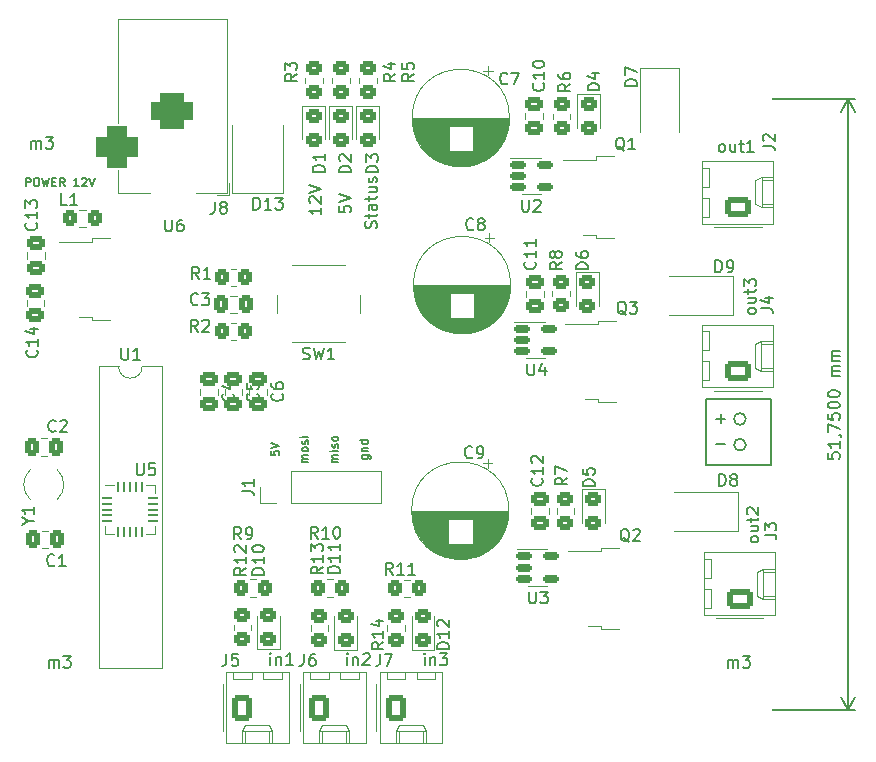
<source format=gto>
G04 #@! TF.GenerationSoftware,KiCad,Pcbnew,(6.0.2)*
G04 #@! TF.CreationDate,2022-04-11T20:39:17+02:00*
G04 #@! TF.ProjectId,szafa_led_driver,737a6166-615f-46c6-9564-5f6472697665,rev?*
G04 #@! TF.SameCoordinates,Original*
G04 #@! TF.FileFunction,Legend,Top*
G04 #@! TF.FilePolarity,Positive*
%FSLAX46Y46*%
G04 Gerber Fmt 4.6, Leading zero omitted, Abs format (unit mm)*
G04 Created by KiCad (PCBNEW (6.0.2)) date 2022-04-11 20:39:17*
%MOMM*%
%LPD*%
G01*
G04 APERTURE LIST*
G04 Aperture macros list*
%AMRoundRect*
0 Rectangle with rounded corners*
0 $1 Rounding radius*
0 $2 $3 $4 $5 $6 $7 $8 $9 X,Y pos of 4 corners*
0 Add a 4 corners polygon primitive as box body*
4,1,4,$2,$3,$4,$5,$6,$7,$8,$9,$2,$3,0*
0 Add four circle primitives for the rounded corners*
1,1,$1+$1,$2,$3*
1,1,$1+$1,$4,$5*
1,1,$1+$1,$6,$7*
1,1,$1+$1,$8,$9*
0 Add four rect primitives between the rounded corners*
20,1,$1+$1,$2,$3,$4,$5,0*
20,1,$1+$1,$4,$5,$6,$7,0*
20,1,$1+$1,$6,$7,$8,$9,0*
20,1,$1+$1,$8,$9,$2,$3,0*%
G04 Aperture macros list end*
%ADD10C,0.150000*%
%ADD11C,0.120000*%
%ADD12RoundRect,0.250000X-0.350000X-0.450000X0.350000X-0.450000X0.350000X0.450000X-0.350000X0.450000X0*%
%ADD13RoundRect,0.250000X-0.475000X0.337500X-0.475000X-0.337500X0.475000X-0.337500X0.475000X0.337500X0*%
%ADD14RoundRect,0.150000X-0.512500X-0.150000X0.512500X-0.150000X0.512500X0.150000X-0.512500X0.150000X0*%
%ADD15C,5.600000*%
%ADD16RoundRect,0.250000X0.450000X-0.350000X0.450000X0.350000X-0.450000X0.350000X-0.450000X-0.350000X0*%
%ADD17RoundRect,0.250000X0.337500X0.475000X-0.337500X0.475000X-0.337500X-0.475000X0.337500X-0.475000X0*%
%ADD18R,2.200000X1.200000*%
%ADD19R,6.400000X5.800000*%
%ADD20RoundRect,0.250000X0.450000X-0.325000X0.450000X0.325000X-0.450000X0.325000X-0.450000X-0.325000X0*%
%ADD21RoundRect,0.250000X0.325000X0.450000X-0.325000X0.450000X-0.325000X-0.450000X0.325000X-0.450000X0*%
%ADD22R,1.600000X1.600000*%
%ADD23C,1.600000*%
%ADD24R,2.500000X1.800000*%
%ADD25RoundRect,0.250000X0.845000X-0.620000X0.845000X0.620000X-0.845000X0.620000X-0.845000X-0.620000X0*%
%ADD26O,2.190000X1.740000*%
%ADD27RoundRect,0.250000X-0.450000X0.350000X-0.450000X-0.350000X0.450000X-0.350000X0.450000X0.350000X0*%
%ADD28RoundRect,0.062500X-0.362500X-0.062500X0.362500X-0.062500X0.362500X0.062500X-0.362500X0.062500X0*%
%ADD29RoundRect,0.062500X-0.062500X-0.362500X0.062500X-0.362500X0.062500X0.362500X-0.062500X0.362500X0*%
%ADD30R,2.600000X2.600000*%
%ADD31RoundRect,0.250000X-0.337500X-0.475000X0.337500X-0.475000X0.337500X0.475000X-0.337500X0.475000X0*%
%ADD32R,2.300000X2.500000*%
%ADD33RoundRect,0.250000X-0.450000X0.325000X-0.450000X-0.325000X0.450000X-0.325000X0.450000X0.325000X0*%
%ADD34R,1.700000X1.700000*%
%ADD35O,1.700000X1.700000*%
%ADD36O,1.600000X1.600000*%
%ADD37RoundRect,0.250000X0.350000X0.450000X-0.350000X0.450000X-0.350000X-0.450000X0.350000X-0.450000X0*%
%ADD38RoundRect,0.250000X-0.620000X-0.845000X0.620000X-0.845000X0.620000X0.845000X-0.620000X0.845000X0*%
%ADD39O,1.740000X2.190000*%
%ADD40C,2.000000*%
%ADD41R,3.500000X3.500000*%
%ADD42RoundRect,0.750000X-1.000000X0.750000X-1.000000X-0.750000X1.000000X-0.750000X1.000000X0.750000X0*%
%ADD43RoundRect,0.875000X-0.875000X0.875000X-0.875000X-0.875000X0.875000X-0.875000X0.875000X0.875000X0*%
%ADD44R,1.800000X2.500000*%
%ADD45RoundRect,0.250000X0.475000X-0.337500X0.475000X0.337500X-0.475000X0.337500X-0.475000X-0.337500X0*%
%ADD46C,1.000000*%
G04 APERTURE END LIST*
D10*
X130852800Y-80594200D02*
G75*
G03*
X130852800Y-80594200I-500000J0D01*
G01*
X127508000Y-78917800D02*
X132994400Y-78917800D01*
X132994400Y-78917800D02*
X132994400Y-84455000D01*
X132994400Y-84455000D02*
X127508000Y-84455000D01*
X127508000Y-84455000D02*
X127508000Y-78917800D01*
X130860800Y-82778600D02*
G75*
G03*
X130860800Y-82778600I-500000J0D01*
G01*
X90675666Y-83318333D02*
X90675666Y-83651666D01*
X91009000Y-83685000D01*
X90975666Y-83651666D01*
X90942333Y-83585000D01*
X90942333Y-83418333D01*
X90975666Y-83351666D01*
X91009000Y-83318333D01*
X91075666Y-83285000D01*
X91242333Y-83285000D01*
X91309000Y-83318333D01*
X91342333Y-83351666D01*
X91375666Y-83418333D01*
X91375666Y-83585000D01*
X91342333Y-83651666D01*
X91309000Y-83685000D01*
X90675666Y-83085000D02*
X91375666Y-82851666D01*
X90675666Y-82618333D01*
X96328666Y-84251666D02*
X95862000Y-84251666D01*
X95928666Y-84251666D02*
X95895333Y-84218333D01*
X95862000Y-84151666D01*
X95862000Y-84051666D01*
X95895333Y-83985000D01*
X95962000Y-83951666D01*
X96328666Y-83951666D01*
X95962000Y-83951666D02*
X95895333Y-83918333D01*
X95862000Y-83851666D01*
X95862000Y-83751666D01*
X95895333Y-83685000D01*
X95962000Y-83651666D01*
X96328666Y-83651666D01*
X96328666Y-83318333D02*
X95862000Y-83318333D01*
X95628666Y-83318333D02*
X95662000Y-83351666D01*
X95695333Y-83318333D01*
X95662000Y-83285000D01*
X95628666Y-83318333D01*
X95695333Y-83318333D01*
X96295333Y-83018333D02*
X96328666Y-82951666D01*
X96328666Y-82818333D01*
X96295333Y-82751666D01*
X96228666Y-82718333D01*
X96195333Y-82718333D01*
X96128666Y-82751666D01*
X96095333Y-82818333D01*
X96095333Y-82918333D01*
X96062000Y-82985000D01*
X95995333Y-83018333D01*
X95962000Y-83018333D01*
X95895333Y-82985000D01*
X95862000Y-82918333D01*
X95862000Y-82818333D01*
X95895333Y-82751666D01*
X96328666Y-82318333D02*
X96295333Y-82385000D01*
X96262000Y-82418333D01*
X96195333Y-82451666D01*
X95995333Y-82451666D01*
X95928666Y-82418333D01*
X95895333Y-82385000D01*
X95862000Y-82318333D01*
X95862000Y-82218333D01*
X95895333Y-82151666D01*
X95928666Y-82118333D01*
X95995333Y-82085000D01*
X96195333Y-82085000D01*
X96262000Y-82118333D01*
X96295333Y-82151666D01*
X96328666Y-82218333D01*
X96328666Y-82318333D01*
X131714180Y-71516714D02*
X131666561Y-71611952D01*
X131618942Y-71659571D01*
X131523704Y-71707190D01*
X131237990Y-71707190D01*
X131142752Y-71659571D01*
X131095133Y-71611952D01*
X131047514Y-71516714D01*
X131047514Y-71373857D01*
X131095133Y-71278619D01*
X131142752Y-71231000D01*
X131237990Y-71183380D01*
X131523704Y-71183380D01*
X131618942Y-71231000D01*
X131666561Y-71278619D01*
X131714180Y-71373857D01*
X131714180Y-71516714D01*
X131047514Y-70326238D02*
X131714180Y-70326238D01*
X131047514Y-70754809D02*
X131571323Y-70754809D01*
X131666561Y-70707190D01*
X131714180Y-70611952D01*
X131714180Y-70469095D01*
X131666561Y-70373857D01*
X131618942Y-70326238D01*
X131047514Y-69992904D02*
X131047514Y-69611952D01*
X130714180Y-69850047D02*
X131571323Y-69850047D01*
X131666561Y-69802428D01*
X131714180Y-69707190D01*
X131714180Y-69611952D01*
X130714180Y-69373857D02*
X130714180Y-68754809D01*
X131095133Y-69088142D01*
X131095133Y-68945285D01*
X131142752Y-68850047D01*
X131190371Y-68802428D01*
X131285609Y-68754809D01*
X131523704Y-68754809D01*
X131618942Y-68802428D01*
X131666561Y-68850047D01*
X131714180Y-68945285D01*
X131714180Y-69231000D01*
X131666561Y-69326238D01*
X131618942Y-69373857D01*
X128295447Y-82748428D02*
X129057352Y-82748428D01*
X93788666Y-84251666D02*
X93322000Y-84251666D01*
X93388666Y-84251666D02*
X93355333Y-84218333D01*
X93322000Y-84151666D01*
X93322000Y-84051666D01*
X93355333Y-83985000D01*
X93422000Y-83951666D01*
X93788666Y-83951666D01*
X93422000Y-83951666D02*
X93355333Y-83918333D01*
X93322000Y-83851666D01*
X93322000Y-83751666D01*
X93355333Y-83685000D01*
X93422000Y-83651666D01*
X93788666Y-83651666D01*
X93788666Y-83218333D02*
X93755333Y-83285000D01*
X93722000Y-83318333D01*
X93655333Y-83351666D01*
X93455333Y-83351666D01*
X93388666Y-83318333D01*
X93355333Y-83285000D01*
X93322000Y-83218333D01*
X93322000Y-83118333D01*
X93355333Y-83051666D01*
X93388666Y-83018333D01*
X93455333Y-82985000D01*
X93655333Y-82985000D01*
X93722000Y-83018333D01*
X93755333Y-83051666D01*
X93788666Y-83118333D01*
X93788666Y-83218333D01*
X93755333Y-82718333D02*
X93788666Y-82651666D01*
X93788666Y-82518333D01*
X93755333Y-82451666D01*
X93688666Y-82418333D01*
X93655333Y-82418333D01*
X93588666Y-82451666D01*
X93555333Y-82518333D01*
X93555333Y-82618333D01*
X93522000Y-82685000D01*
X93455333Y-82718333D01*
X93422000Y-82718333D01*
X93355333Y-82685000D01*
X93322000Y-82618333D01*
X93322000Y-82518333D01*
X93355333Y-82451666D01*
X93788666Y-82118333D02*
X93322000Y-82118333D01*
X93088666Y-82118333D02*
X93122000Y-82151666D01*
X93155333Y-82118333D01*
X93122000Y-82085000D01*
X93088666Y-82118333D01*
X93155333Y-82118333D01*
X69921000Y-60895666D02*
X69921000Y-60195666D01*
X70187666Y-60195666D01*
X70254333Y-60229000D01*
X70287666Y-60262333D01*
X70321000Y-60329000D01*
X70321000Y-60429000D01*
X70287666Y-60495666D01*
X70254333Y-60529000D01*
X70187666Y-60562333D01*
X69921000Y-60562333D01*
X70754333Y-60195666D02*
X70887666Y-60195666D01*
X70954333Y-60229000D01*
X71021000Y-60295666D01*
X71054333Y-60429000D01*
X71054333Y-60662333D01*
X71021000Y-60795666D01*
X70954333Y-60862333D01*
X70887666Y-60895666D01*
X70754333Y-60895666D01*
X70687666Y-60862333D01*
X70621000Y-60795666D01*
X70587666Y-60662333D01*
X70587666Y-60429000D01*
X70621000Y-60295666D01*
X70687666Y-60229000D01*
X70754333Y-60195666D01*
X71287666Y-60195666D02*
X71454333Y-60895666D01*
X71587666Y-60395666D01*
X71721000Y-60895666D01*
X71887666Y-60195666D01*
X72154333Y-60529000D02*
X72387666Y-60529000D01*
X72487666Y-60895666D02*
X72154333Y-60895666D01*
X72154333Y-60195666D01*
X72487666Y-60195666D01*
X73187666Y-60895666D02*
X72954333Y-60562333D01*
X72787666Y-60895666D02*
X72787666Y-60195666D01*
X73054333Y-60195666D01*
X73121000Y-60229000D01*
X73154333Y-60262333D01*
X73187666Y-60329000D01*
X73187666Y-60429000D01*
X73154333Y-60495666D01*
X73121000Y-60529000D01*
X73054333Y-60562333D01*
X72787666Y-60562333D01*
X74387666Y-60895666D02*
X73987666Y-60895666D01*
X74187666Y-60895666D02*
X74187666Y-60195666D01*
X74121000Y-60295666D01*
X74054333Y-60362333D01*
X73987666Y-60395666D01*
X74654333Y-60262333D02*
X74687666Y-60229000D01*
X74754333Y-60195666D01*
X74921000Y-60195666D01*
X74987666Y-60229000D01*
X75021000Y-60262333D01*
X75054333Y-60329000D01*
X75054333Y-60395666D01*
X75021000Y-60495666D01*
X74621000Y-60895666D01*
X75054333Y-60895666D01*
X75254333Y-60195666D02*
X75487666Y-60895666D01*
X75721000Y-60195666D01*
X128762285Y-57983380D02*
X128667047Y-57935761D01*
X128619428Y-57888142D01*
X128571809Y-57792904D01*
X128571809Y-57507190D01*
X128619428Y-57411952D01*
X128667047Y-57364333D01*
X128762285Y-57316714D01*
X128905142Y-57316714D01*
X129000380Y-57364333D01*
X129048000Y-57411952D01*
X129095619Y-57507190D01*
X129095619Y-57792904D01*
X129048000Y-57888142D01*
X129000380Y-57935761D01*
X128905142Y-57983380D01*
X128762285Y-57983380D01*
X129952761Y-57316714D02*
X129952761Y-57983380D01*
X129524190Y-57316714D02*
X129524190Y-57840523D01*
X129571809Y-57935761D01*
X129667047Y-57983380D01*
X129809904Y-57983380D01*
X129905142Y-57935761D01*
X129952761Y-57888142D01*
X130286095Y-57316714D02*
X130667047Y-57316714D01*
X130428952Y-56983380D02*
X130428952Y-57840523D01*
X130476571Y-57935761D01*
X130571809Y-57983380D01*
X130667047Y-57983380D01*
X131524190Y-57983380D02*
X130952761Y-57983380D01*
X131238476Y-57983380D02*
X131238476Y-56983380D01*
X131143238Y-57126238D01*
X131048000Y-57221476D01*
X130952761Y-57269095D01*
X90613028Y-101391980D02*
X90613028Y-100725314D01*
X90613028Y-100391980D02*
X90565409Y-100439600D01*
X90613028Y-100487219D01*
X90660647Y-100439600D01*
X90613028Y-100391980D01*
X90613028Y-100487219D01*
X91089219Y-100725314D02*
X91089219Y-101391980D01*
X91089219Y-100820552D02*
X91136838Y-100772933D01*
X91232076Y-100725314D01*
X91374933Y-100725314D01*
X91470171Y-100772933D01*
X91517790Y-100868171D01*
X91517790Y-101391980D01*
X92517790Y-101391980D02*
X91946361Y-101391980D01*
X92232076Y-101391980D02*
X92232076Y-100391980D01*
X92136838Y-100534838D01*
X92041600Y-100630076D01*
X91946361Y-100677695D01*
X128346247Y-80564028D02*
X129108152Y-80564028D01*
X128727200Y-80944980D02*
X128727200Y-80183076D01*
X97115428Y-101442780D02*
X97115428Y-100776114D01*
X97115428Y-100442780D02*
X97067809Y-100490400D01*
X97115428Y-100538019D01*
X97163047Y-100490400D01*
X97115428Y-100442780D01*
X97115428Y-100538019D01*
X97591619Y-100776114D02*
X97591619Y-101442780D01*
X97591619Y-100871352D02*
X97639238Y-100823733D01*
X97734476Y-100776114D01*
X97877333Y-100776114D01*
X97972571Y-100823733D01*
X98020190Y-100918971D01*
X98020190Y-101442780D01*
X98448761Y-100538019D02*
X98496380Y-100490400D01*
X98591619Y-100442780D01*
X98829714Y-100442780D01*
X98924952Y-100490400D01*
X98972571Y-100538019D01*
X99020190Y-100633257D01*
X99020190Y-100728495D01*
X98972571Y-100871352D01*
X98401142Y-101442780D01*
X99020190Y-101442780D01*
X103668628Y-101442780D02*
X103668628Y-100776114D01*
X103668628Y-100442780D02*
X103621009Y-100490400D01*
X103668628Y-100538019D01*
X103716247Y-100490400D01*
X103668628Y-100442780D01*
X103668628Y-100538019D01*
X104144819Y-100776114D02*
X104144819Y-101442780D01*
X104144819Y-100871352D02*
X104192438Y-100823733D01*
X104287676Y-100776114D01*
X104430533Y-100776114D01*
X104525771Y-100823733D01*
X104573390Y-100918971D01*
X104573390Y-101442780D01*
X104954342Y-100442780D02*
X105573390Y-100442780D01*
X105240057Y-100823733D01*
X105382914Y-100823733D01*
X105478152Y-100871352D01*
X105525771Y-100918971D01*
X105573390Y-101014209D01*
X105573390Y-101252304D01*
X105525771Y-101347542D01*
X105478152Y-101395161D01*
X105382914Y-101442780D01*
X105097200Y-101442780D01*
X105001961Y-101395161D01*
X104954342Y-101347542D01*
X98402000Y-83668333D02*
X98968666Y-83668333D01*
X99035333Y-83701666D01*
X99068666Y-83735000D01*
X99102000Y-83801666D01*
X99102000Y-83901666D01*
X99068666Y-83968333D01*
X98835333Y-83668333D02*
X98868666Y-83735000D01*
X98868666Y-83868333D01*
X98835333Y-83935000D01*
X98802000Y-83968333D01*
X98735333Y-84001666D01*
X98535333Y-84001666D01*
X98468666Y-83968333D01*
X98435333Y-83935000D01*
X98402000Y-83868333D01*
X98402000Y-83735000D01*
X98435333Y-83668333D01*
X98402000Y-83335000D02*
X98868666Y-83335000D01*
X98468666Y-83335000D02*
X98435333Y-83301666D01*
X98402000Y-83235000D01*
X98402000Y-83135000D01*
X98435333Y-83068333D01*
X98502000Y-83035000D01*
X98868666Y-83035000D01*
X98868666Y-82401666D02*
X98168666Y-82401666D01*
X98835333Y-82401666D02*
X98868666Y-82468333D01*
X98868666Y-82601666D01*
X98835333Y-82668333D01*
X98802000Y-82701666D01*
X98735333Y-82735000D01*
X98535333Y-82735000D01*
X98468666Y-82701666D01*
X98435333Y-82668333D01*
X98402000Y-82601666D01*
X98402000Y-82468333D01*
X98435333Y-82401666D01*
X96429580Y-62572876D02*
X96429580Y-63049066D01*
X96905771Y-63096685D01*
X96858152Y-63049066D01*
X96810533Y-62953828D01*
X96810533Y-62715733D01*
X96858152Y-62620495D01*
X96905771Y-62572876D01*
X97001009Y-62525257D01*
X97239104Y-62525257D01*
X97334342Y-62572876D01*
X97381961Y-62620495D01*
X97429580Y-62715733D01*
X97429580Y-62953828D01*
X97381961Y-63049066D01*
X97334342Y-63096685D01*
X96429580Y-62239542D02*
X97429580Y-61906209D01*
X96429580Y-61572876D01*
X94889580Y-62696647D02*
X94889580Y-63268076D01*
X94889580Y-62982361D02*
X93889580Y-62982361D01*
X94032438Y-63077600D01*
X94127676Y-63172838D01*
X94175295Y-63268076D01*
X93984819Y-62315695D02*
X93937200Y-62268076D01*
X93889580Y-62172838D01*
X93889580Y-61934742D01*
X93937200Y-61839504D01*
X93984819Y-61791885D01*
X94080057Y-61744266D01*
X94175295Y-61744266D01*
X94318152Y-61791885D01*
X94889580Y-62363314D01*
X94889580Y-61744266D01*
X93889580Y-61458552D02*
X94889580Y-61125219D01*
X93889580Y-60791885D01*
X131928180Y-90846114D02*
X131880561Y-90941352D01*
X131832942Y-90988971D01*
X131737704Y-91036590D01*
X131451990Y-91036590D01*
X131356752Y-90988971D01*
X131309133Y-90941352D01*
X131261514Y-90846114D01*
X131261514Y-90703257D01*
X131309133Y-90608019D01*
X131356752Y-90560400D01*
X131451990Y-90512780D01*
X131737704Y-90512780D01*
X131832942Y-90560400D01*
X131880561Y-90608019D01*
X131928180Y-90703257D01*
X131928180Y-90846114D01*
X131261514Y-89655638D02*
X131928180Y-89655638D01*
X131261514Y-90084209D02*
X131785323Y-90084209D01*
X131880561Y-90036590D01*
X131928180Y-89941352D01*
X131928180Y-89798495D01*
X131880561Y-89703257D01*
X131832942Y-89655638D01*
X131261514Y-89322304D02*
X131261514Y-88941352D01*
X130928180Y-89179447D02*
X131785323Y-89179447D01*
X131880561Y-89131828D01*
X131928180Y-89036590D01*
X131928180Y-88941352D01*
X131023419Y-88655638D02*
X130975800Y-88608019D01*
X130928180Y-88512780D01*
X130928180Y-88274685D01*
X130975800Y-88179447D01*
X131023419Y-88131828D01*
X131118657Y-88084209D01*
X131213895Y-88084209D01*
X131356752Y-88131828D01*
X131928180Y-88703257D01*
X131928180Y-88084209D01*
X99566361Y-64447466D02*
X99613980Y-64304609D01*
X99613980Y-64066514D01*
X99566361Y-63971276D01*
X99518742Y-63923657D01*
X99423504Y-63876038D01*
X99328266Y-63876038D01*
X99233028Y-63923657D01*
X99185409Y-63971276D01*
X99137790Y-64066514D01*
X99090171Y-64256990D01*
X99042552Y-64352228D01*
X98994933Y-64399847D01*
X98899695Y-64447466D01*
X98804457Y-64447466D01*
X98709219Y-64399847D01*
X98661600Y-64352228D01*
X98613980Y-64256990D01*
X98613980Y-64018895D01*
X98661600Y-63876038D01*
X98947314Y-63590323D02*
X98947314Y-63209371D01*
X98613980Y-63447466D02*
X99471123Y-63447466D01*
X99566361Y-63399847D01*
X99613980Y-63304609D01*
X99613980Y-63209371D01*
X99613980Y-62447466D02*
X99090171Y-62447466D01*
X98994933Y-62495085D01*
X98947314Y-62590323D01*
X98947314Y-62780800D01*
X98994933Y-62876038D01*
X99566361Y-62447466D02*
X99613980Y-62542704D01*
X99613980Y-62780800D01*
X99566361Y-62876038D01*
X99471123Y-62923657D01*
X99375885Y-62923657D01*
X99280647Y-62876038D01*
X99233028Y-62780800D01*
X99233028Y-62542704D01*
X99185409Y-62447466D01*
X98947314Y-62114133D02*
X98947314Y-61733180D01*
X98613980Y-61971276D02*
X99471123Y-61971276D01*
X99566361Y-61923657D01*
X99613980Y-61828419D01*
X99613980Y-61733180D01*
X98947314Y-60971276D02*
X99613980Y-60971276D01*
X98947314Y-61399847D02*
X99471123Y-61399847D01*
X99566361Y-61352228D01*
X99613980Y-61256990D01*
X99613980Y-61114133D01*
X99566361Y-61018895D01*
X99518742Y-60971276D01*
X99566361Y-60542704D02*
X99613980Y-60447466D01*
X99613980Y-60256990D01*
X99566361Y-60161752D01*
X99471123Y-60114133D01*
X99423504Y-60114133D01*
X99328266Y-60161752D01*
X99280647Y-60256990D01*
X99280647Y-60399847D01*
X99233028Y-60495085D01*
X99137790Y-60542704D01*
X99090171Y-60542704D01*
X98994933Y-60495085D01*
X98947314Y-60399847D01*
X98947314Y-60256990D01*
X98994933Y-60161752D01*
X137802380Y-83470238D02*
X137802380Y-83946428D01*
X138278571Y-83994047D01*
X138230952Y-83946428D01*
X138183333Y-83851190D01*
X138183333Y-83613095D01*
X138230952Y-83517857D01*
X138278571Y-83470238D01*
X138373809Y-83422619D01*
X138611904Y-83422619D01*
X138707142Y-83470238D01*
X138754761Y-83517857D01*
X138802380Y-83613095D01*
X138802380Y-83851190D01*
X138754761Y-83946428D01*
X138707142Y-83994047D01*
X138802380Y-82470238D02*
X138802380Y-83041666D01*
X138802380Y-82755952D02*
X137802380Y-82755952D01*
X137945238Y-82851190D01*
X138040476Y-82946428D01*
X138088095Y-83041666D01*
X138754761Y-81994047D02*
X138802380Y-81994047D01*
X138897619Y-82041666D01*
X138945238Y-82089285D01*
X137802380Y-81660714D02*
X137802380Y-80994047D01*
X138802380Y-81422619D01*
X137802380Y-80136904D02*
X137802380Y-80613095D01*
X138278571Y-80660714D01*
X138230952Y-80613095D01*
X138183333Y-80517857D01*
X138183333Y-80279761D01*
X138230952Y-80184523D01*
X138278571Y-80136904D01*
X138373809Y-80089285D01*
X138611904Y-80089285D01*
X138707142Y-80136904D01*
X138754761Y-80184523D01*
X138802380Y-80279761D01*
X138802380Y-80517857D01*
X138754761Y-80613095D01*
X138707142Y-80660714D01*
X137802380Y-79470238D02*
X137802380Y-79375000D01*
X137850000Y-79279761D01*
X137897619Y-79232142D01*
X137992857Y-79184523D01*
X138183333Y-79136904D01*
X138421428Y-79136904D01*
X138611904Y-79184523D01*
X138707142Y-79232142D01*
X138754761Y-79279761D01*
X138802380Y-79375000D01*
X138802380Y-79470238D01*
X138754761Y-79565476D01*
X138707142Y-79613095D01*
X138611904Y-79660714D01*
X138421428Y-79708333D01*
X138183333Y-79708333D01*
X137992857Y-79660714D01*
X137897619Y-79613095D01*
X137850000Y-79565476D01*
X137802380Y-79470238D01*
X137802380Y-78517857D02*
X137802380Y-78422619D01*
X137850000Y-78327380D01*
X137897619Y-78279761D01*
X137992857Y-78232142D01*
X138183333Y-78184523D01*
X138421428Y-78184523D01*
X138611904Y-78232142D01*
X138707142Y-78279761D01*
X138754761Y-78327380D01*
X138802380Y-78422619D01*
X138802380Y-78517857D01*
X138754761Y-78613095D01*
X138707142Y-78660714D01*
X138611904Y-78708333D01*
X138421428Y-78755952D01*
X138183333Y-78755952D01*
X137992857Y-78708333D01*
X137897619Y-78660714D01*
X137850000Y-78613095D01*
X137802380Y-78517857D01*
X138802380Y-76994047D02*
X138135714Y-76994047D01*
X138230952Y-76994047D02*
X138183333Y-76946428D01*
X138135714Y-76851190D01*
X138135714Y-76708333D01*
X138183333Y-76613095D01*
X138278571Y-76565476D01*
X138802380Y-76565476D01*
X138278571Y-76565476D02*
X138183333Y-76517857D01*
X138135714Y-76422619D01*
X138135714Y-76279761D01*
X138183333Y-76184523D01*
X138278571Y-76136904D01*
X138802380Y-76136904D01*
X138802380Y-75660714D02*
X138135714Y-75660714D01*
X138230952Y-75660714D02*
X138183333Y-75613095D01*
X138135714Y-75517857D01*
X138135714Y-75375000D01*
X138183333Y-75279761D01*
X138278571Y-75232142D01*
X138802380Y-75232142D01*
X138278571Y-75232142D02*
X138183333Y-75184523D01*
X138135714Y-75089285D01*
X138135714Y-74946428D01*
X138183333Y-74851190D01*
X138278571Y-74803571D01*
X138802380Y-74803571D01*
X130750000Y-105250000D02*
X140086420Y-105250000D01*
X130750000Y-53500000D02*
X140086420Y-53500000D01*
X139500000Y-105250000D02*
X139500000Y-53500000D01*
X139500000Y-105250000D02*
X139500000Y-53500000D01*
X139500000Y-105250000D02*
X140086421Y-104123496D01*
X139500000Y-105250000D02*
X138913579Y-104123496D01*
X139500000Y-53500000D02*
X138913579Y-54626504D01*
X139500000Y-53500000D02*
X140086421Y-54626504D01*
X84567733Y-68727580D02*
X84234400Y-68251390D01*
X83996304Y-68727580D02*
X83996304Y-67727580D01*
X84377257Y-67727580D01*
X84472495Y-67775200D01*
X84520114Y-67822819D01*
X84567733Y-67918057D01*
X84567733Y-68060914D01*
X84520114Y-68156152D01*
X84472495Y-68203771D01*
X84377257Y-68251390D01*
X83996304Y-68251390D01*
X85520114Y-68727580D02*
X84948685Y-68727580D01*
X85234400Y-68727580D02*
X85234400Y-67727580D01*
X85139161Y-67870438D01*
X85043923Y-67965676D01*
X84948685Y-68013295D01*
X87431942Y-78449466D02*
X87479561Y-78497085D01*
X87527180Y-78639942D01*
X87527180Y-78735180D01*
X87479561Y-78878038D01*
X87384323Y-78973276D01*
X87289085Y-79020895D01*
X87098609Y-79068514D01*
X86955752Y-79068514D01*
X86765276Y-79020895D01*
X86670038Y-78973276D01*
X86574800Y-78878038D01*
X86527180Y-78735180D01*
X86527180Y-78639942D01*
X86574800Y-78497085D01*
X86622419Y-78449466D01*
X86860514Y-77592323D02*
X87527180Y-77592323D01*
X86479561Y-77830419D02*
X87193847Y-78068514D01*
X87193847Y-77449466D01*
X89514742Y-78449466D02*
X89562361Y-78497085D01*
X89609980Y-78639942D01*
X89609980Y-78735180D01*
X89562361Y-78878038D01*
X89467123Y-78973276D01*
X89371885Y-79020895D01*
X89181409Y-79068514D01*
X89038552Y-79068514D01*
X88848076Y-79020895D01*
X88752838Y-78973276D01*
X88657600Y-78878038D01*
X88609980Y-78735180D01*
X88609980Y-78639942D01*
X88657600Y-78497085D01*
X88705219Y-78449466D01*
X88609980Y-77544704D02*
X88609980Y-78020895D01*
X89086171Y-78068514D01*
X89038552Y-78020895D01*
X88990933Y-77925657D01*
X88990933Y-77687561D01*
X89038552Y-77592323D01*
X89086171Y-77544704D01*
X89181409Y-77497085D01*
X89419504Y-77497085D01*
X89514742Y-77544704D01*
X89562361Y-77592323D01*
X89609980Y-77687561D01*
X89609980Y-77925657D01*
X89562361Y-78020895D01*
X89514742Y-78068514D01*
X112522095Y-95210380D02*
X112522095Y-96019904D01*
X112569714Y-96115142D01*
X112617333Y-96162761D01*
X112712571Y-96210380D01*
X112903047Y-96210380D01*
X112998285Y-96162761D01*
X113045904Y-96115142D01*
X113093523Y-96019904D01*
X113093523Y-95210380D01*
X113474476Y-95210380D02*
X114093523Y-95210380D01*
X113760190Y-95591333D01*
X113903047Y-95591333D01*
X113998285Y-95638952D01*
X114045904Y-95686571D01*
X114093523Y-95781809D01*
X114093523Y-96019904D01*
X114045904Y-96115142D01*
X113998285Y-96162761D01*
X113903047Y-96210380D01*
X113617333Y-96210380D01*
X113522095Y-96162761D01*
X113474476Y-96115142D01*
X95041980Y-93098857D02*
X94565790Y-93432190D01*
X95041980Y-93670285D02*
X94041980Y-93670285D01*
X94041980Y-93289333D01*
X94089600Y-93194095D01*
X94137219Y-93146476D01*
X94232457Y-93098857D01*
X94375314Y-93098857D01*
X94470552Y-93146476D01*
X94518171Y-93194095D01*
X94565790Y-93289333D01*
X94565790Y-93670285D01*
X95041980Y-92146476D02*
X95041980Y-92717904D01*
X95041980Y-92432190D02*
X94041980Y-92432190D01*
X94184838Y-92527428D01*
X94280076Y-92622666D01*
X94327695Y-92717904D01*
X94041980Y-91813142D02*
X94041980Y-91194095D01*
X94422933Y-91527428D01*
X94422933Y-91384571D01*
X94470552Y-91289333D01*
X94518171Y-91241714D01*
X94613409Y-91194095D01*
X94851504Y-91194095D01*
X94946742Y-91241714D01*
X94994361Y-91289333D01*
X95041980Y-91384571D01*
X95041980Y-91670285D01*
X94994361Y-91765523D01*
X94946742Y-91813142D01*
X72426533Y-81586342D02*
X72378914Y-81633961D01*
X72236057Y-81681580D01*
X72140819Y-81681580D01*
X71997961Y-81633961D01*
X71902723Y-81538723D01*
X71855104Y-81443485D01*
X71807485Y-81253009D01*
X71807485Y-81110152D01*
X71855104Y-80919676D01*
X71902723Y-80824438D01*
X71997961Y-80729200D01*
X72140819Y-80681580D01*
X72236057Y-80681580D01*
X72378914Y-80729200D01*
X72426533Y-80776819D01*
X72807485Y-80776819D02*
X72855104Y-80729200D01*
X72950342Y-80681580D01*
X73188438Y-80681580D01*
X73283676Y-80729200D01*
X73331295Y-80776819D01*
X73378914Y-80872057D01*
X73378914Y-80967295D01*
X73331295Y-81110152D01*
X72759866Y-81681580D01*
X73378914Y-81681580D01*
X120586961Y-57870219D02*
X120491723Y-57822600D01*
X120396485Y-57727361D01*
X120253628Y-57584504D01*
X120158390Y-57536885D01*
X120063152Y-57536885D01*
X120110771Y-57774980D02*
X120015533Y-57727361D01*
X119920295Y-57632123D01*
X119872676Y-57441647D01*
X119872676Y-57108314D01*
X119920295Y-56917838D01*
X120015533Y-56822600D01*
X120110771Y-56774980D01*
X120301247Y-56774980D01*
X120396485Y-56822600D01*
X120491723Y-56917838D01*
X120539342Y-57108314D01*
X120539342Y-57441647D01*
X120491723Y-57632123D01*
X120396485Y-57727361D01*
X120301247Y-57774980D01*
X120110771Y-57774980D01*
X121491723Y-57774980D02*
X120920295Y-57774980D01*
X121206009Y-57774980D02*
X121206009Y-56774980D01*
X121110771Y-56917838D01*
X121015533Y-57013076D01*
X120920295Y-57060695D01*
X105709980Y-100071085D02*
X104709980Y-100071085D01*
X104709980Y-99832990D01*
X104757600Y-99690133D01*
X104852838Y-99594895D01*
X104948076Y-99547276D01*
X105138552Y-99499657D01*
X105281409Y-99499657D01*
X105471885Y-99547276D01*
X105567123Y-99594895D01*
X105662361Y-99690133D01*
X105709980Y-99832990D01*
X105709980Y-100071085D01*
X105709980Y-98547276D02*
X105709980Y-99118704D01*
X105709980Y-98832990D02*
X104709980Y-98832990D01*
X104852838Y-98928228D01*
X104948076Y-99023466D01*
X104995695Y-99118704D01*
X104805219Y-98166323D02*
X104757600Y-98118704D01*
X104709980Y-98023466D01*
X104709980Y-97785371D01*
X104757600Y-97690133D01*
X104805219Y-97642514D01*
X104900457Y-97594895D01*
X104995695Y-97594895D01*
X105138552Y-97642514D01*
X105709980Y-98213942D01*
X105709980Y-97594895D01*
X73391733Y-62479180D02*
X72915542Y-62479180D01*
X72915542Y-61479180D01*
X74248876Y-62479180D02*
X73677447Y-62479180D01*
X73963161Y-62479180D02*
X73963161Y-61479180D01*
X73867923Y-61622038D01*
X73772685Y-61717276D01*
X73677447Y-61764895D01*
X112980742Y-67292457D02*
X113028361Y-67340076D01*
X113075980Y-67482933D01*
X113075980Y-67578171D01*
X113028361Y-67721028D01*
X112933123Y-67816266D01*
X112837885Y-67863885D01*
X112647409Y-67911504D01*
X112504552Y-67911504D01*
X112314076Y-67863885D01*
X112218838Y-67816266D01*
X112123600Y-67721028D01*
X112075980Y-67578171D01*
X112075980Y-67482933D01*
X112123600Y-67340076D01*
X112171219Y-67292457D01*
X113075980Y-66340076D02*
X113075980Y-66911504D01*
X113075980Y-66625790D02*
X112075980Y-66625790D01*
X112218838Y-66721028D01*
X112314076Y-66816266D01*
X112361695Y-66911504D01*
X113075980Y-65387695D02*
X113075980Y-65959123D01*
X113075980Y-65673409D02*
X112075980Y-65673409D01*
X112218838Y-65768647D01*
X112314076Y-65863885D01*
X112361695Y-65959123D01*
X107681733Y-83821542D02*
X107634114Y-83869161D01*
X107491257Y-83916780D01*
X107396019Y-83916780D01*
X107253161Y-83869161D01*
X107157923Y-83773923D01*
X107110304Y-83678685D01*
X107062685Y-83488209D01*
X107062685Y-83345352D01*
X107110304Y-83154876D01*
X107157923Y-83059638D01*
X107253161Y-82964400D01*
X107396019Y-82916780D01*
X107491257Y-82916780D01*
X107634114Y-82964400D01*
X107681733Y-83012019D01*
X108157923Y-83916780D02*
X108348400Y-83916780D01*
X108443638Y-83869161D01*
X108491257Y-83821542D01*
X108586495Y-83678685D01*
X108634114Y-83488209D01*
X108634114Y-83107257D01*
X108586495Y-83012019D01*
X108538876Y-82964400D01*
X108443638Y-82916780D01*
X108253161Y-82916780D01*
X108157923Y-82964400D01*
X108110304Y-83012019D01*
X108062685Y-83107257D01*
X108062685Y-83345352D01*
X108110304Y-83440590D01*
X108157923Y-83488209D01*
X108253161Y-83535828D01*
X108443638Y-83535828D01*
X108538876Y-83488209D01*
X108586495Y-83440590D01*
X108634114Y-83345352D01*
X113717342Y-52179457D02*
X113764961Y-52227076D01*
X113812580Y-52369933D01*
X113812580Y-52465171D01*
X113764961Y-52608028D01*
X113669723Y-52703266D01*
X113574485Y-52750885D01*
X113384009Y-52798504D01*
X113241152Y-52798504D01*
X113050676Y-52750885D01*
X112955438Y-52703266D01*
X112860200Y-52608028D01*
X112812580Y-52465171D01*
X112812580Y-52369933D01*
X112860200Y-52227076D01*
X112907819Y-52179457D01*
X113812580Y-51227076D02*
X113812580Y-51798504D01*
X113812580Y-51512790D02*
X112812580Y-51512790D01*
X112955438Y-51608028D01*
X113050676Y-51703266D01*
X113098295Y-51798504D01*
X112812580Y-50608028D02*
X112812580Y-50512790D01*
X112860200Y-50417552D01*
X112907819Y-50369933D01*
X113003057Y-50322314D01*
X113193533Y-50274695D01*
X113431628Y-50274695D01*
X113622104Y-50322314D01*
X113717342Y-50369933D01*
X113764961Y-50417552D01*
X113812580Y-50512790D01*
X113812580Y-50608028D01*
X113764961Y-50703266D01*
X113717342Y-50750885D01*
X113622104Y-50798504D01*
X113431628Y-50846123D01*
X113193533Y-50846123D01*
X113003057Y-50798504D01*
X112907819Y-50750885D01*
X112860200Y-50703266D01*
X112812580Y-50608028D01*
X128281704Y-68168780D02*
X128281704Y-67168780D01*
X128519800Y-67168780D01*
X128662657Y-67216400D01*
X128757895Y-67311638D01*
X128805514Y-67406876D01*
X128853133Y-67597352D01*
X128853133Y-67740209D01*
X128805514Y-67930685D01*
X128757895Y-68025923D01*
X128662657Y-68121161D01*
X128519800Y-68168780D01*
X128281704Y-68168780D01*
X129329323Y-68168780D02*
X129519800Y-68168780D01*
X129615038Y-68121161D01*
X129662657Y-68073542D01*
X129757895Y-67930685D01*
X129805514Y-67740209D01*
X129805514Y-67359257D01*
X129757895Y-67264019D01*
X129710276Y-67216400D01*
X129615038Y-67168780D01*
X129424561Y-67168780D01*
X129329323Y-67216400D01*
X129281704Y-67264019D01*
X129234085Y-67359257D01*
X129234085Y-67597352D01*
X129281704Y-67692590D01*
X129329323Y-67740209D01*
X129424561Y-67787828D01*
X129615038Y-67787828D01*
X129710276Y-67740209D01*
X129757895Y-67692590D01*
X129805514Y-67597352D01*
X132452180Y-90401733D02*
X133166466Y-90401733D01*
X133309323Y-90449352D01*
X133404561Y-90544590D01*
X133452180Y-90687447D01*
X133452180Y-90782685D01*
X132452180Y-90020780D02*
X132452180Y-89401733D01*
X132833133Y-89735066D01*
X132833133Y-89592209D01*
X132880752Y-89496971D01*
X132928371Y-89449352D01*
X133023609Y-89401733D01*
X133261704Y-89401733D01*
X133356942Y-89449352D01*
X133404561Y-89496971D01*
X133452180Y-89592209D01*
X133452180Y-89877923D01*
X133404561Y-89973161D01*
X133356942Y-90020780D01*
X92857580Y-51373066D02*
X92381390Y-51706400D01*
X92857580Y-51944495D02*
X91857580Y-51944495D01*
X91857580Y-51563542D01*
X91905200Y-51468304D01*
X91952819Y-51420685D01*
X92048057Y-51373066D01*
X92190914Y-51373066D01*
X92286152Y-51420685D01*
X92333771Y-51468304D01*
X92381390Y-51563542D01*
X92381390Y-51944495D01*
X91857580Y-51039733D02*
X91857580Y-50420685D01*
X92238533Y-50754019D01*
X92238533Y-50611161D01*
X92286152Y-50515923D01*
X92333771Y-50468304D01*
X92429009Y-50420685D01*
X92667104Y-50420685D01*
X92762342Y-50468304D01*
X92809961Y-50515923D01*
X92857580Y-50611161D01*
X92857580Y-50896876D01*
X92809961Y-50992114D01*
X92762342Y-51039733D01*
X88539580Y-93200457D02*
X88063390Y-93533790D01*
X88539580Y-93771885D02*
X87539580Y-93771885D01*
X87539580Y-93390933D01*
X87587200Y-93295695D01*
X87634819Y-93248076D01*
X87730057Y-93200457D01*
X87872914Y-93200457D01*
X87968152Y-93248076D01*
X88015771Y-93295695D01*
X88063390Y-93390933D01*
X88063390Y-93771885D01*
X88539580Y-92248076D02*
X88539580Y-92819504D01*
X88539580Y-92533790D02*
X87539580Y-92533790D01*
X87682438Y-92629028D01*
X87777676Y-92724266D01*
X87825295Y-92819504D01*
X87634819Y-91867123D02*
X87587200Y-91819504D01*
X87539580Y-91724266D01*
X87539580Y-91486171D01*
X87587200Y-91390933D01*
X87634819Y-91343314D01*
X87730057Y-91295695D01*
X87825295Y-91295695D01*
X87968152Y-91343314D01*
X88539580Y-91914742D01*
X88539580Y-91295695D01*
X79299733Y-84358764D02*
X79299733Y-85168288D01*
X79347352Y-85263526D01*
X79394971Y-85311145D01*
X79490209Y-85358764D01*
X79680685Y-85358764D01*
X79775923Y-85311145D01*
X79823542Y-85263526D01*
X79871161Y-85168288D01*
X79871161Y-84358764D01*
X80823542Y-84358764D02*
X80347352Y-84358764D01*
X80299733Y-84834955D01*
X80347352Y-84787336D01*
X80442590Y-84739717D01*
X80680685Y-84739717D01*
X80775923Y-84787336D01*
X80823542Y-84834955D01*
X80871161Y-84930193D01*
X80871161Y-85168288D01*
X80823542Y-85263526D01*
X80775923Y-85311145D01*
X80680685Y-85358764D01*
X80442590Y-85358764D01*
X80347352Y-85311145D01*
X80299733Y-85263526D01*
X84466133Y-70867542D02*
X84418514Y-70915161D01*
X84275657Y-70962780D01*
X84180419Y-70962780D01*
X84037561Y-70915161D01*
X83942323Y-70819923D01*
X83894704Y-70724685D01*
X83847085Y-70534209D01*
X83847085Y-70391352D01*
X83894704Y-70200876D01*
X83942323Y-70105638D01*
X84037561Y-70010400D01*
X84180419Y-69962780D01*
X84275657Y-69962780D01*
X84418514Y-70010400D01*
X84466133Y-70058019D01*
X84799466Y-69962780D02*
X85418514Y-69962780D01*
X85085180Y-70343733D01*
X85228038Y-70343733D01*
X85323276Y-70391352D01*
X85370895Y-70438971D01*
X85418514Y-70534209D01*
X85418514Y-70772304D01*
X85370895Y-70867542D01*
X85323276Y-70915161D01*
X85228038Y-70962780D01*
X84942323Y-70962780D01*
X84847085Y-70915161D01*
X84799466Y-70867542D01*
X107783333Y-64517542D02*
X107735714Y-64565161D01*
X107592857Y-64612780D01*
X107497619Y-64612780D01*
X107354761Y-64565161D01*
X107259523Y-64469923D01*
X107211904Y-64374685D01*
X107164285Y-64184209D01*
X107164285Y-64041352D01*
X107211904Y-63850876D01*
X107259523Y-63755638D01*
X107354761Y-63660400D01*
X107497619Y-63612780D01*
X107592857Y-63612780D01*
X107735714Y-63660400D01*
X107783333Y-63708019D01*
X108354761Y-64041352D02*
X108259523Y-63993733D01*
X108211904Y-63946114D01*
X108164285Y-63850876D01*
X108164285Y-63803257D01*
X108211904Y-63708019D01*
X108259523Y-63660400D01*
X108354761Y-63612780D01*
X108545238Y-63612780D01*
X108640476Y-63660400D01*
X108688095Y-63708019D01*
X108735714Y-63803257D01*
X108735714Y-63850876D01*
X108688095Y-63946114D01*
X108640476Y-63993733D01*
X108545238Y-64041352D01*
X108354761Y-64041352D01*
X108259523Y-64088971D01*
X108211904Y-64136590D01*
X108164285Y-64231828D01*
X108164285Y-64422304D01*
X108211904Y-64517542D01*
X108259523Y-64565161D01*
X108354761Y-64612780D01*
X108545238Y-64612780D01*
X108640476Y-64565161D01*
X108688095Y-64517542D01*
X108735714Y-64422304D01*
X108735714Y-64231828D01*
X108688095Y-64136590D01*
X108640476Y-64088971D01*
X108545238Y-64041352D01*
X89174714Y-62864580D02*
X89174714Y-61864580D01*
X89412809Y-61864580D01*
X89555666Y-61912200D01*
X89650904Y-62007438D01*
X89698523Y-62102676D01*
X89746142Y-62293152D01*
X89746142Y-62436009D01*
X89698523Y-62626485D01*
X89650904Y-62721723D01*
X89555666Y-62816961D01*
X89412809Y-62864580D01*
X89174714Y-62864580D01*
X90698523Y-62864580D02*
X90127095Y-62864580D01*
X90412809Y-62864580D02*
X90412809Y-61864580D01*
X90317571Y-62007438D01*
X90222333Y-62102676D01*
X90127095Y-62150295D01*
X91031857Y-61864580D02*
X91650904Y-61864580D01*
X91317571Y-62245533D01*
X91460428Y-62245533D01*
X91555666Y-62293152D01*
X91603285Y-62340771D01*
X91650904Y-62436009D01*
X91650904Y-62674104D01*
X91603285Y-62769342D01*
X91555666Y-62816961D01*
X91460428Y-62864580D01*
X91174714Y-62864580D01*
X91079476Y-62816961D01*
X91031857Y-62769342D01*
X97429580Y-59716895D02*
X96429580Y-59716895D01*
X96429580Y-59478800D01*
X96477200Y-59335942D01*
X96572438Y-59240704D01*
X96667676Y-59193085D01*
X96858152Y-59145466D01*
X97001009Y-59145466D01*
X97191485Y-59193085D01*
X97286723Y-59240704D01*
X97381961Y-59335942D01*
X97429580Y-59478800D01*
X97429580Y-59716895D01*
X96524819Y-58764514D02*
X96477200Y-58716895D01*
X96429580Y-58621657D01*
X96429580Y-58383561D01*
X96477200Y-58288323D01*
X96524819Y-58240704D01*
X96620057Y-58193085D01*
X96715295Y-58193085D01*
X96858152Y-58240704D01*
X97429580Y-58812133D01*
X97429580Y-58193085D01*
X70765942Y-63990457D02*
X70813561Y-64038076D01*
X70861180Y-64180933D01*
X70861180Y-64276171D01*
X70813561Y-64419028D01*
X70718323Y-64514266D01*
X70623085Y-64561885D01*
X70432609Y-64609504D01*
X70289752Y-64609504D01*
X70099276Y-64561885D01*
X70004038Y-64514266D01*
X69908800Y-64419028D01*
X69861180Y-64276171D01*
X69861180Y-64180933D01*
X69908800Y-64038076D01*
X69956419Y-63990457D01*
X70861180Y-63038076D02*
X70861180Y-63609504D01*
X70861180Y-63323790D02*
X69861180Y-63323790D01*
X70004038Y-63419028D01*
X70099276Y-63514266D01*
X70146895Y-63609504D01*
X69861180Y-62704742D02*
X69861180Y-62085695D01*
X70242133Y-62419028D01*
X70242133Y-62276171D01*
X70289752Y-62180933D01*
X70337371Y-62133314D01*
X70432609Y-62085695D01*
X70670704Y-62085695D01*
X70765942Y-62133314D01*
X70813561Y-62180933D01*
X70861180Y-62276171D01*
X70861180Y-62561885D01*
X70813561Y-62657123D01*
X70765942Y-62704742D01*
X88181380Y-86693333D02*
X88895666Y-86693333D01*
X89038523Y-86740952D01*
X89133761Y-86836190D01*
X89181380Y-86979047D01*
X89181380Y-87074285D01*
X89181380Y-85693333D02*
X89181380Y-86264761D01*
X89181380Y-85979047D02*
X88181380Y-85979047D01*
X88324238Y-86074285D01*
X88419476Y-86169523D01*
X88467095Y-86264761D01*
X77988095Y-74597380D02*
X77988095Y-75406904D01*
X78035714Y-75502142D01*
X78083333Y-75549761D01*
X78178571Y-75597380D01*
X78369047Y-75597380D01*
X78464285Y-75549761D01*
X78511904Y-75502142D01*
X78559523Y-75406904D01*
X78559523Y-74597380D01*
X79559523Y-75597380D02*
X78988095Y-75597380D01*
X79273809Y-75597380D02*
X79273809Y-74597380D01*
X79178571Y-74740238D01*
X79083333Y-74835476D01*
X78988095Y-74883095D01*
X101188780Y-51373066D02*
X100712590Y-51706400D01*
X101188780Y-51944495D02*
X100188780Y-51944495D01*
X100188780Y-51563542D01*
X100236400Y-51468304D01*
X100284019Y-51420685D01*
X100379257Y-51373066D01*
X100522114Y-51373066D01*
X100617352Y-51420685D01*
X100664971Y-51468304D01*
X100712590Y-51563542D01*
X100712590Y-51944495D01*
X100522114Y-50515923D02*
X101188780Y-50515923D01*
X100141161Y-50754019D02*
X100855447Y-50992114D01*
X100855447Y-50373066D01*
X132294380Y-57483333D02*
X133008666Y-57483333D01*
X133151523Y-57530952D01*
X133246761Y-57626190D01*
X133294380Y-57769047D01*
X133294380Y-57864285D01*
X132389619Y-57054761D02*
X132342000Y-57007142D01*
X132294380Y-56911904D01*
X132294380Y-56673809D01*
X132342000Y-56578571D01*
X132389619Y-56530952D01*
X132484857Y-56483333D01*
X132580095Y-56483333D01*
X132722952Y-56530952D01*
X133294380Y-57102380D01*
X133294380Y-56483333D01*
X132136580Y-71224733D02*
X132850866Y-71224733D01*
X132993723Y-71272352D01*
X133088961Y-71367590D01*
X133136580Y-71510447D01*
X133136580Y-71605685D01*
X132469914Y-70319971D02*
X133136580Y-70319971D01*
X132088961Y-70558066D02*
X132803247Y-70796161D01*
X132803247Y-70177114D01*
X70345238Y-57702380D02*
X70345238Y-57035714D01*
X70345238Y-57130952D02*
X70392857Y-57083333D01*
X70488095Y-57035714D01*
X70630952Y-57035714D01*
X70726190Y-57083333D01*
X70773809Y-57178571D01*
X70773809Y-57702380D01*
X70773809Y-57178571D02*
X70821428Y-57083333D01*
X70916666Y-57035714D01*
X71059523Y-57035714D01*
X71154761Y-57083333D01*
X71202380Y-57178571D01*
X71202380Y-57702380D01*
X71583333Y-56702380D02*
X72202380Y-56702380D01*
X71869047Y-57083333D01*
X72011904Y-57083333D01*
X72107142Y-57130952D01*
X72154761Y-57178571D01*
X72202380Y-57273809D01*
X72202380Y-57511904D01*
X72154761Y-57607142D01*
X72107142Y-57654761D01*
X72011904Y-57702380D01*
X71726190Y-57702380D01*
X71630952Y-57654761D01*
X71583333Y-57607142D01*
X90063580Y-93771885D02*
X89063580Y-93771885D01*
X89063580Y-93533790D01*
X89111200Y-93390933D01*
X89206438Y-93295695D01*
X89301676Y-93248076D01*
X89492152Y-93200457D01*
X89635009Y-93200457D01*
X89825485Y-93248076D01*
X89920723Y-93295695D01*
X90015961Y-93390933D01*
X90063580Y-93533790D01*
X90063580Y-93771885D01*
X90063580Y-92248076D02*
X90063580Y-92819504D01*
X90063580Y-92533790D02*
X89063580Y-92533790D01*
X89206438Y-92629028D01*
X89301676Y-92724266D01*
X89349295Y-92819504D01*
X89063580Y-91629028D02*
X89063580Y-91533790D01*
X89111200Y-91438552D01*
X89158819Y-91390933D01*
X89254057Y-91343314D01*
X89444533Y-91295695D01*
X89682628Y-91295695D01*
X89873104Y-91343314D01*
X89968342Y-91390933D01*
X90015961Y-91438552D01*
X90063580Y-91533790D01*
X90063580Y-91629028D01*
X90015961Y-91724266D01*
X89968342Y-91771885D01*
X89873104Y-91819504D01*
X89682628Y-91867123D01*
X89444533Y-91867123D01*
X89254057Y-91819504D01*
X89158819Y-91771885D01*
X89111200Y-91724266D01*
X89063580Y-91629028D01*
X120732561Y-71765019D02*
X120637323Y-71717400D01*
X120542085Y-71622161D01*
X120399228Y-71479304D01*
X120303990Y-71431685D01*
X120208752Y-71431685D01*
X120256371Y-71669780D02*
X120161133Y-71622161D01*
X120065895Y-71526923D01*
X120018276Y-71336447D01*
X120018276Y-71003114D01*
X120065895Y-70812638D01*
X120161133Y-70717400D01*
X120256371Y-70669780D01*
X120446847Y-70669780D01*
X120542085Y-70717400D01*
X120637323Y-70812638D01*
X120684942Y-71003114D01*
X120684942Y-71336447D01*
X120637323Y-71526923D01*
X120542085Y-71622161D01*
X120446847Y-71669780D01*
X120256371Y-71669780D01*
X121018276Y-70669780D02*
X121637323Y-70669780D01*
X121303990Y-71050733D01*
X121446847Y-71050733D01*
X121542085Y-71098352D01*
X121589704Y-71145971D01*
X121637323Y-71241209D01*
X121637323Y-71479304D01*
X121589704Y-71574542D01*
X121542085Y-71622161D01*
X121446847Y-71669780D01*
X121161133Y-71669780D01*
X121065895Y-71622161D01*
X121018276Y-71574542D01*
X100957142Y-93771980D02*
X100623809Y-93295790D01*
X100385714Y-93771980D02*
X100385714Y-92771980D01*
X100766666Y-92771980D01*
X100861904Y-92819600D01*
X100909523Y-92867219D01*
X100957142Y-92962457D01*
X100957142Y-93105314D01*
X100909523Y-93200552D01*
X100861904Y-93248171D01*
X100766666Y-93295790D01*
X100385714Y-93295790D01*
X101909523Y-93771980D02*
X101338095Y-93771980D01*
X101623809Y-93771980D02*
X101623809Y-92771980D01*
X101528571Y-92914838D01*
X101433333Y-93010076D01*
X101338095Y-93057695D01*
X102861904Y-93771980D02*
X102290476Y-93771980D01*
X102576190Y-93771980D02*
X102576190Y-92771980D01*
X102480952Y-92914838D01*
X102385714Y-93010076D01*
X102290476Y-93057695D01*
X81686495Y-63714380D02*
X81686495Y-64523904D01*
X81734114Y-64619142D01*
X81781733Y-64666761D01*
X81876971Y-64714380D01*
X82067447Y-64714380D01*
X82162685Y-64666761D01*
X82210304Y-64619142D01*
X82257923Y-64523904D01*
X82257923Y-63714380D01*
X83162685Y-63714380D02*
X82972209Y-63714380D01*
X82876971Y-63762000D01*
X82829352Y-63809619D01*
X82734114Y-63952476D01*
X82686495Y-64142952D01*
X82686495Y-64523904D01*
X82734114Y-64619142D01*
X82781733Y-64666761D01*
X82876971Y-64714380D01*
X83067447Y-64714380D01*
X83162685Y-64666761D01*
X83210304Y-64619142D01*
X83257923Y-64523904D01*
X83257923Y-64285809D01*
X83210304Y-64190571D01*
X83162685Y-64142952D01*
X83067447Y-64095333D01*
X82876971Y-64095333D01*
X82781733Y-64142952D01*
X82734114Y-64190571D01*
X82686495Y-64285809D01*
X102763580Y-51373066D02*
X102287390Y-51706400D01*
X102763580Y-51944495D02*
X101763580Y-51944495D01*
X101763580Y-51563542D01*
X101811200Y-51468304D01*
X101858819Y-51420685D01*
X101954057Y-51373066D01*
X102096914Y-51373066D01*
X102192152Y-51420685D01*
X102239771Y-51468304D01*
X102287390Y-51563542D01*
X102287390Y-51944495D01*
X101763580Y-50468304D02*
X101763580Y-50944495D01*
X102239771Y-50992114D01*
X102192152Y-50944495D01*
X102144533Y-50849257D01*
X102144533Y-50611161D01*
X102192152Y-50515923D01*
X102239771Y-50468304D01*
X102335009Y-50420685D01*
X102573104Y-50420685D01*
X102668342Y-50468304D01*
X102715961Y-50515923D01*
X102763580Y-50611161D01*
X102763580Y-50849257D01*
X102715961Y-50944495D01*
X102668342Y-50992114D01*
X86890266Y-100493580D02*
X86890266Y-101207866D01*
X86842647Y-101350723D01*
X86747409Y-101445961D01*
X86604552Y-101493580D01*
X86509314Y-101493580D01*
X87842647Y-100493580D02*
X87366457Y-100493580D01*
X87318838Y-100969771D01*
X87366457Y-100922152D01*
X87461695Y-100874533D01*
X87699790Y-100874533D01*
X87795028Y-100922152D01*
X87842647Y-100969771D01*
X87890266Y-101065009D01*
X87890266Y-101303104D01*
X87842647Y-101398342D01*
X87795028Y-101445961D01*
X87699790Y-101493580D01*
X87461695Y-101493580D01*
X87366457Y-101445961D01*
X87318838Y-101398342D01*
X99895066Y-100493580D02*
X99895066Y-101207866D01*
X99847447Y-101350723D01*
X99752209Y-101445961D01*
X99609352Y-101493580D01*
X99514114Y-101493580D01*
X100276019Y-100493580D02*
X100942685Y-100493580D01*
X100514114Y-101493580D01*
X100172780Y-99499657D02*
X99696590Y-99832990D01*
X100172780Y-100071085D02*
X99172780Y-100071085D01*
X99172780Y-99690133D01*
X99220400Y-99594895D01*
X99268019Y-99547276D01*
X99363257Y-99499657D01*
X99506114Y-99499657D01*
X99601352Y-99547276D01*
X99648971Y-99594895D01*
X99696590Y-99690133D01*
X99696590Y-100071085D01*
X100172780Y-98547276D02*
X100172780Y-99118704D01*
X100172780Y-98832990D02*
X99172780Y-98832990D01*
X99315638Y-98928228D01*
X99410876Y-99023466D01*
X99458495Y-99118704D01*
X99506114Y-97690133D02*
X100172780Y-97690133D01*
X99125161Y-97928228D02*
X99839447Y-98166323D01*
X99839447Y-97547276D01*
X118054380Y-86285295D02*
X117054380Y-86285295D01*
X117054380Y-86047200D01*
X117102000Y-85904342D01*
X117197238Y-85809104D01*
X117292476Y-85761485D01*
X117482952Y-85713866D01*
X117625809Y-85713866D01*
X117816285Y-85761485D01*
X117911523Y-85809104D01*
X118006761Y-85904342D01*
X118054380Y-86047200D01*
X118054380Y-86285295D01*
X117054380Y-84809104D02*
X117054380Y-85285295D01*
X117530571Y-85332914D01*
X117482952Y-85285295D01*
X117435333Y-85190057D01*
X117435333Y-84951961D01*
X117482952Y-84856723D01*
X117530571Y-84809104D01*
X117625809Y-84761485D01*
X117863904Y-84761485D01*
X117959142Y-84809104D01*
X118006761Y-84856723D01*
X118054380Y-84951961D01*
X118054380Y-85190057D01*
X118006761Y-85285295D01*
X117959142Y-85332914D01*
X93443466Y-100493580D02*
X93443466Y-101207866D01*
X93395847Y-101350723D01*
X93300609Y-101445961D01*
X93157752Y-101493580D01*
X93062514Y-101493580D01*
X94348228Y-100493580D02*
X94157752Y-100493580D01*
X94062514Y-100541200D01*
X94014895Y-100588819D01*
X93919657Y-100731676D01*
X93872038Y-100922152D01*
X93872038Y-101303104D01*
X93919657Y-101398342D01*
X93967276Y-101445961D01*
X94062514Y-101493580D01*
X94252990Y-101493580D01*
X94348228Y-101445961D01*
X94395847Y-101398342D01*
X94443466Y-101303104D01*
X94443466Y-101065009D01*
X94395847Y-100969771D01*
X94348228Y-100922152D01*
X94252990Y-100874533D01*
X94062514Y-100874533D01*
X93967276Y-100922152D01*
X93919657Y-100969771D01*
X93872038Y-101065009D01*
X113590342Y-85631257D02*
X113637961Y-85678876D01*
X113685580Y-85821733D01*
X113685580Y-85916971D01*
X113637961Y-86059828D01*
X113542723Y-86155066D01*
X113447485Y-86202685D01*
X113257009Y-86250304D01*
X113114152Y-86250304D01*
X112923676Y-86202685D01*
X112828438Y-86155066D01*
X112733200Y-86059828D01*
X112685580Y-85916971D01*
X112685580Y-85821733D01*
X112733200Y-85678876D01*
X112780819Y-85631257D01*
X113685580Y-84678876D02*
X113685580Y-85250304D01*
X113685580Y-84964590D02*
X112685580Y-84964590D01*
X112828438Y-85059828D01*
X112923676Y-85155066D01*
X112971295Y-85250304D01*
X112780819Y-84297923D02*
X112733200Y-84250304D01*
X112685580Y-84155066D01*
X112685580Y-83916971D01*
X112733200Y-83821733D01*
X112780819Y-83774114D01*
X112876057Y-83726495D01*
X112971295Y-83726495D01*
X113114152Y-83774114D01*
X113685580Y-84345542D01*
X113685580Y-83726495D01*
X111912495Y-62037980D02*
X111912495Y-62847504D01*
X111960114Y-62942742D01*
X112007733Y-62990361D01*
X112102971Y-63037980D01*
X112293447Y-63037980D01*
X112388685Y-62990361D01*
X112436304Y-62942742D01*
X112483923Y-62847504D01*
X112483923Y-62037980D01*
X112912495Y-62133219D02*
X112960114Y-62085600D01*
X113055352Y-62037980D01*
X113293447Y-62037980D01*
X113388685Y-62085600D01*
X113436304Y-62133219D01*
X113483923Y-62228457D01*
X113483923Y-62323695D01*
X113436304Y-62466552D01*
X112864876Y-63037980D01*
X113483923Y-63037980D01*
X71845238Y-101652380D02*
X71845238Y-100985714D01*
X71845238Y-101080952D02*
X71892857Y-101033333D01*
X71988095Y-100985714D01*
X72130952Y-100985714D01*
X72226190Y-101033333D01*
X72273809Y-101128571D01*
X72273809Y-101652380D01*
X72273809Y-101128571D02*
X72321428Y-101033333D01*
X72416666Y-100985714D01*
X72559523Y-100985714D01*
X72654761Y-101033333D01*
X72702380Y-101128571D01*
X72702380Y-101652380D01*
X73083333Y-100652380D02*
X73702380Y-100652380D01*
X73369047Y-101033333D01*
X73511904Y-101033333D01*
X73607142Y-101080952D01*
X73654761Y-101128571D01*
X73702380Y-101223809D01*
X73702380Y-101461904D01*
X73654761Y-101557142D01*
X73607142Y-101604761D01*
X73511904Y-101652380D01*
X73226190Y-101652380D01*
X73130952Y-101604761D01*
X73083333Y-101557142D01*
X115996980Y-52236666D02*
X115520790Y-52570000D01*
X115996980Y-52808095D02*
X114996980Y-52808095D01*
X114996980Y-52427142D01*
X115044600Y-52331904D01*
X115092219Y-52284285D01*
X115187457Y-52236666D01*
X115330314Y-52236666D01*
X115425552Y-52284285D01*
X115473171Y-52331904D01*
X115520790Y-52427142D01*
X115520790Y-52808095D01*
X114996980Y-51379523D02*
X114996980Y-51570000D01*
X115044600Y-51665238D01*
X115092219Y-51712857D01*
X115235076Y-51808095D01*
X115425552Y-51855714D01*
X115806504Y-51855714D01*
X115901742Y-51808095D01*
X115949361Y-51760476D01*
X115996980Y-51665238D01*
X115996980Y-51474761D01*
X115949361Y-51379523D01*
X115901742Y-51331904D01*
X115806504Y-51284285D01*
X115568409Y-51284285D01*
X115473171Y-51331904D01*
X115425552Y-51379523D01*
X115377933Y-51474761D01*
X115377933Y-51665238D01*
X115425552Y-51760476D01*
X115473171Y-51808095D01*
X115568409Y-51855714D01*
X99715580Y-59716895D02*
X98715580Y-59716895D01*
X98715580Y-59478800D01*
X98763200Y-59335942D01*
X98858438Y-59240704D01*
X98953676Y-59193085D01*
X99144152Y-59145466D01*
X99287009Y-59145466D01*
X99477485Y-59193085D01*
X99572723Y-59240704D01*
X99667961Y-59335942D01*
X99715580Y-59478800D01*
X99715580Y-59716895D01*
X98715580Y-58812133D02*
X98715580Y-58193085D01*
X99096533Y-58526419D01*
X99096533Y-58383561D01*
X99144152Y-58288323D01*
X99191771Y-58240704D01*
X99287009Y-58193085D01*
X99525104Y-58193085D01*
X99620342Y-58240704D01*
X99667961Y-58288323D01*
X99715580Y-58383561D01*
X99715580Y-58669276D01*
X99667961Y-58764514D01*
X99620342Y-58812133D01*
X84466133Y-73197980D02*
X84132800Y-72721790D01*
X83894704Y-73197980D02*
X83894704Y-72197980D01*
X84275657Y-72197980D01*
X84370895Y-72245600D01*
X84418514Y-72293219D01*
X84466133Y-72388457D01*
X84466133Y-72531314D01*
X84418514Y-72626552D01*
X84370895Y-72674171D01*
X84275657Y-72721790D01*
X83894704Y-72721790D01*
X84847085Y-72293219D02*
X84894704Y-72245600D01*
X84989942Y-72197980D01*
X85228038Y-72197980D01*
X85323276Y-72245600D01*
X85370895Y-72293219D01*
X85418514Y-72388457D01*
X85418514Y-72483695D01*
X85370895Y-72626552D01*
X84799466Y-73197980D01*
X85418514Y-73197980D01*
X120986561Y-91018219D02*
X120891323Y-90970600D01*
X120796085Y-90875361D01*
X120653228Y-90732504D01*
X120557990Y-90684885D01*
X120462752Y-90684885D01*
X120510371Y-90922980D02*
X120415133Y-90875361D01*
X120319895Y-90780123D01*
X120272276Y-90589647D01*
X120272276Y-90256314D01*
X120319895Y-90065838D01*
X120415133Y-89970600D01*
X120510371Y-89922980D01*
X120700847Y-89922980D01*
X120796085Y-89970600D01*
X120891323Y-90065838D01*
X120938942Y-90256314D01*
X120938942Y-90589647D01*
X120891323Y-90780123D01*
X120796085Y-90875361D01*
X120700847Y-90922980D01*
X120510371Y-90922980D01*
X121319895Y-90018219D02*
X121367514Y-89970600D01*
X121462752Y-89922980D01*
X121700847Y-89922980D01*
X121796085Y-89970600D01*
X121843704Y-90018219D01*
X121891323Y-90113457D01*
X121891323Y-90208695D01*
X121843704Y-90351552D01*
X121272276Y-90922980D01*
X121891323Y-90922980D01*
X110678933Y-52173142D02*
X110631314Y-52220761D01*
X110488457Y-52268380D01*
X110393219Y-52268380D01*
X110250361Y-52220761D01*
X110155123Y-52125523D01*
X110107504Y-52030285D01*
X110059885Y-51839809D01*
X110059885Y-51696952D01*
X110107504Y-51506476D01*
X110155123Y-51411238D01*
X110250361Y-51316000D01*
X110393219Y-51268380D01*
X110488457Y-51268380D01*
X110631314Y-51316000D01*
X110678933Y-51363619D01*
X111012266Y-51268380D02*
X111678933Y-51268380D01*
X111250361Y-52268380D01*
X128598704Y-86253580D02*
X128598704Y-85253580D01*
X128836800Y-85253580D01*
X128979657Y-85301200D01*
X129074895Y-85396438D01*
X129122514Y-85491676D01*
X129170133Y-85682152D01*
X129170133Y-85825009D01*
X129122514Y-86015485D01*
X129074895Y-86110723D01*
X128979657Y-86205961D01*
X128836800Y-86253580D01*
X128598704Y-86253580D01*
X129741561Y-85682152D02*
X129646323Y-85634533D01*
X129598704Y-85586914D01*
X129551085Y-85491676D01*
X129551085Y-85444057D01*
X129598704Y-85348819D01*
X129646323Y-85301200D01*
X129741561Y-85253580D01*
X129932038Y-85253580D01*
X130027276Y-85301200D01*
X130074895Y-85348819D01*
X130122514Y-85444057D01*
X130122514Y-85491676D01*
X130074895Y-85586914D01*
X130027276Y-85634533D01*
X129932038Y-85682152D01*
X129741561Y-85682152D01*
X129646323Y-85729771D01*
X129598704Y-85777390D01*
X129551085Y-85872628D01*
X129551085Y-86063104D01*
X129598704Y-86158342D01*
X129646323Y-86205961D01*
X129741561Y-86253580D01*
X129932038Y-86253580D01*
X130027276Y-86205961D01*
X130074895Y-86158342D01*
X130122514Y-86063104D01*
X130122514Y-85872628D01*
X130074895Y-85777390D01*
X130027276Y-85729771D01*
X129932038Y-85682152D01*
X112369695Y-75906380D02*
X112369695Y-76715904D01*
X112417314Y-76811142D01*
X112464933Y-76858761D01*
X112560171Y-76906380D01*
X112750647Y-76906380D01*
X112845885Y-76858761D01*
X112893504Y-76811142D01*
X112941123Y-76715904D01*
X112941123Y-75906380D01*
X113845885Y-76239714D02*
X113845885Y-76906380D01*
X113607790Y-75858761D02*
X113369695Y-76573047D01*
X113988742Y-76573047D01*
X93359066Y-75505961D02*
X93501923Y-75553580D01*
X93740019Y-75553580D01*
X93835257Y-75505961D01*
X93882876Y-75458342D01*
X93930495Y-75363104D01*
X93930495Y-75267866D01*
X93882876Y-75172628D01*
X93835257Y-75125009D01*
X93740019Y-75077390D01*
X93549542Y-75029771D01*
X93454304Y-74982152D01*
X93406685Y-74934533D01*
X93359066Y-74839295D01*
X93359066Y-74744057D01*
X93406685Y-74648819D01*
X93454304Y-74601200D01*
X93549542Y-74553580D01*
X93787638Y-74553580D01*
X93930495Y-74601200D01*
X94263828Y-74553580D02*
X94501923Y-75553580D01*
X94692400Y-74839295D01*
X94882876Y-75553580D01*
X95120971Y-74553580D01*
X96025733Y-75553580D02*
X95454304Y-75553580D01*
X95740019Y-75553580D02*
X95740019Y-74553580D01*
X95644780Y-74696438D01*
X95549542Y-74791676D01*
X95454304Y-74839295D01*
X85908366Y-62212980D02*
X85908366Y-62927266D01*
X85860747Y-63070123D01*
X85765509Y-63165361D01*
X85622652Y-63212980D01*
X85527414Y-63212980D01*
X86527414Y-62641552D02*
X86432176Y-62593933D01*
X86384557Y-62546314D01*
X86336938Y-62451076D01*
X86336938Y-62403457D01*
X86384557Y-62308219D01*
X86432176Y-62260600D01*
X86527414Y-62212980D01*
X86717890Y-62212980D01*
X86813128Y-62260600D01*
X86860747Y-62308219D01*
X86908366Y-62403457D01*
X86908366Y-62451076D01*
X86860747Y-62546314D01*
X86813128Y-62593933D01*
X86717890Y-62641552D01*
X86527414Y-62641552D01*
X86432176Y-62689171D01*
X86384557Y-62736790D01*
X86336938Y-62832028D01*
X86336938Y-63022504D01*
X86384557Y-63117742D01*
X86432176Y-63165361D01*
X86527414Y-63212980D01*
X86717890Y-63212980D01*
X86813128Y-63165361D01*
X86860747Y-63117742D01*
X86908366Y-63022504D01*
X86908366Y-62832028D01*
X86860747Y-62736790D01*
X86813128Y-62689171D01*
X86717890Y-62641552D01*
X96464380Y-93619485D02*
X95464380Y-93619485D01*
X95464380Y-93381390D01*
X95512000Y-93238533D01*
X95607238Y-93143295D01*
X95702476Y-93095676D01*
X95892952Y-93048057D01*
X96035809Y-93048057D01*
X96226285Y-93095676D01*
X96321523Y-93143295D01*
X96416761Y-93238533D01*
X96464380Y-93381390D01*
X96464380Y-93619485D01*
X96464380Y-92095676D02*
X96464380Y-92667104D01*
X96464380Y-92381390D02*
X95464380Y-92381390D01*
X95607238Y-92476628D01*
X95702476Y-92571866D01*
X95750095Y-92667104D01*
X96464380Y-91143295D02*
X96464380Y-91714723D01*
X96464380Y-91429009D02*
X95464380Y-91429009D01*
X95607238Y-91524247D01*
X95702476Y-91619485D01*
X95750095Y-91714723D01*
X121635780Y-52388495D02*
X120635780Y-52388495D01*
X120635780Y-52150400D01*
X120683400Y-52007542D01*
X120778638Y-51912304D01*
X120873876Y-51864685D01*
X121064352Y-51817066D01*
X121207209Y-51817066D01*
X121397685Y-51864685D01*
X121492923Y-51912304D01*
X121588161Y-52007542D01*
X121635780Y-52150400D01*
X121635780Y-52388495D01*
X120635780Y-51483733D02*
X120635780Y-50817066D01*
X121635780Y-51245638D01*
X129345238Y-101652380D02*
X129345238Y-100985714D01*
X129345238Y-101080952D02*
X129392857Y-101033333D01*
X129488095Y-100985714D01*
X129630952Y-100985714D01*
X129726190Y-101033333D01*
X129773809Y-101128571D01*
X129773809Y-101652380D01*
X129773809Y-101128571D02*
X129821428Y-101033333D01*
X129916666Y-100985714D01*
X130059523Y-100985714D01*
X130154761Y-101033333D01*
X130202380Y-101128571D01*
X130202380Y-101652380D01*
X130583333Y-100652380D02*
X131202380Y-100652380D01*
X130869047Y-101033333D01*
X131011904Y-101033333D01*
X131107142Y-101080952D01*
X131154761Y-101128571D01*
X131202380Y-101223809D01*
X131202380Y-101461904D01*
X131154761Y-101557142D01*
X131107142Y-101604761D01*
X131011904Y-101652380D01*
X130726190Y-101652380D01*
X130630952Y-101604761D01*
X130583333Y-101557142D01*
X115260380Y-67324266D02*
X114784190Y-67657600D01*
X115260380Y-67895695D02*
X114260380Y-67895695D01*
X114260380Y-67514742D01*
X114308000Y-67419504D01*
X114355619Y-67371885D01*
X114450857Y-67324266D01*
X114593714Y-67324266D01*
X114688952Y-67371885D01*
X114736571Y-67419504D01*
X114784190Y-67514742D01*
X114784190Y-67895695D01*
X114688952Y-66752838D02*
X114641333Y-66848076D01*
X114593714Y-66895695D01*
X114498476Y-66943314D01*
X114450857Y-66943314D01*
X114355619Y-66895695D01*
X114308000Y-66848076D01*
X114260380Y-66752838D01*
X114260380Y-66562361D01*
X114308000Y-66467123D01*
X114355619Y-66419504D01*
X114450857Y-66371885D01*
X114498476Y-66371885D01*
X114593714Y-66419504D01*
X114641333Y-66467123D01*
X114688952Y-66562361D01*
X114688952Y-66752838D01*
X114736571Y-66848076D01*
X114784190Y-66895695D01*
X114879428Y-66943314D01*
X115069904Y-66943314D01*
X115165142Y-66895695D01*
X115212761Y-66848076D01*
X115260380Y-66752838D01*
X115260380Y-66562361D01*
X115212761Y-66467123D01*
X115165142Y-66419504D01*
X115069904Y-66371885D01*
X114879428Y-66371885D01*
X114784190Y-66419504D01*
X114736571Y-66467123D01*
X114688952Y-66562361D01*
X88123733Y-90774780D02*
X87790400Y-90298590D01*
X87552304Y-90774780D02*
X87552304Y-89774780D01*
X87933257Y-89774780D01*
X88028495Y-89822400D01*
X88076114Y-89870019D01*
X88123733Y-89965257D01*
X88123733Y-90108114D01*
X88076114Y-90203352D01*
X88028495Y-90250971D01*
X87933257Y-90298590D01*
X87552304Y-90298590D01*
X88599923Y-90774780D02*
X88790400Y-90774780D01*
X88885638Y-90727161D01*
X88933257Y-90679542D01*
X89028495Y-90536685D01*
X89076114Y-90346209D01*
X89076114Y-89965257D01*
X89028495Y-89870019D01*
X88980876Y-89822400D01*
X88885638Y-89774780D01*
X88695161Y-89774780D01*
X88599923Y-89822400D01*
X88552304Y-89870019D01*
X88504685Y-89965257D01*
X88504685Y-90203352D01*
X88552304Y-90298590D01*
X88599923Y-90346209D01*
X88695161Y-90393828D01*
X88885638Y-90393828D01*
X88980876Y-90346209D01*
X89028495Y-90298590D01*
X89076114Y-90203352D01*
X70816742Y-74760057D02*
X70864361Y-74807676D01*
X70911980Y-74950533D01*
X70911980Y-75045771D01*
X70864361Y-75188628D01*
X70769123Y-75283866D01*
X70673885Y-75331485D01*
X70483409Y-75379104D01*
X70340552Y-75379104D01*
X70150076Y-75331485D01*
X70054838Y-75283866D01*
X69959600Y-75188628D01*
X69911980Y-75045771D01*
X69911980Y-74950533D01*
X69959600Y-74807676D01*
X70007219Y-74760057D01*
X70911980Y-73807676D02*
X70911980Y-74379104D01*
X70911980Y-74093390D02*
X69911980Y-74093390D01*
X70054838Y-74188628D01*
X70150076Y-74283866D01*
X70197695Y-74379104D01*
X70245314Y-72950533D02*
X70911980Y-72950533D01*
X69864361Y-73188628D02*
X70578647Y-73426723D01*
X70578647Y-72807676D01*
X72324933Y-92965542D02*
X72277314Y-93013161D01*
X72134457Y-93060780D01*
X72039219Y-93060780D01*
X71896361Y-93013161D01*
X71801123Y-92917923D01*
X71753504Y-92822685D01*
X71705885Y-92632209D01*
X71705885Y-92489352D01*
X71753504Y-92298876D01*
X71801123Y-92203638D01*
X71896361Y-92108400D01*
X72039219Y-92060780D01*
X72134457Y-92060780D01*
X72277314Y-92108400D01*
X72324933Y-92156019D01*
X73277314Y-93060780D02*
X72705885Y-93060780D01*
X72991600Y-93060780D02*
X72991600Y-92060780D01*
X72896361Y-92203638D01*
X72801123Y-92298876D01*
X72705885Y-92346495D01*
X115742980Y-85561466D02*
X115266790Y-85894800D01*
X115742980Y-86132895D02*
X114742980Y-86132895D01*
X114742980Y-85751942D01*
X114790600Y-85656704D01*
X114838219Y-85609085D01*
X114933457Y-85561466D01*
X115076314Y-85561466D01*
X115171552Y-85609085D01*
X115219171Y-85656704D01*
X115266790Y-85751942D01*
X115266790Y-86132895D01*
X114742980Y-85228133D02*
X114742980Y-84561466D01*
X115742980Y-84990038D01*
X95194380Y-59666095D02*
X94194380Y-59666095D01*
X94194380Y-59428000D01*
X94242000Y-59285142D01*
X94337238Y-59189904D01*
X94432476Y-59142285D01*
X94622952Y-59094666D01*
X94765809Y-59094666D01*
X94956285Y-59142285D01*
X95051523Y-59189904D01*
X95146761Y-59285142D01*
X95194380Y-59428000D01*
X95194380Y-59666095D01*
X95194380Y-58142285D02*
X95194380Y-58713714D01*
X95194380Y-58428000D02*
X94194380Y-58428000D01*
X94337238Y-58523238D01*
X94432476Y-58618476D01*
X94480095Y-58713714D01*
X118460780Y-52757295D02*
X117460780Y-52757295D01*
X117460780Y-52519200D01*
X117508400Y-52376342D01*
X117603638Y-52281104D01*
X117698876Y-52233485D01*
X117889352Y-52185866D01*
X118032209Y-52185866D01*
X118222685Y-52233485D01*
X118317923Y-52281104D01*
X118413161Y-52376342D01*
X118460780Y-52519200D01*
X118460780Y-52757295D01*
X117794114Y-51328723D02*
X118460780Y-51328723D01*
X117413161Y-51566819D02*
X118127447Y-51804914D01*
X118127447Y-51185866D01*
X70080190Y-89223790D02*
X70556380Y-89223790D01*
X69556380Y-89557123D02*
X70080190Y-89223790D01*
X69556380Y-88890457D01*
X70556380Y-88033314D02*
X70556380Y-88604742D01*
X70556380Y-88319028D02*
X69556380Y-88319028D01*
X69699238Y-88414266D01*
X69794476Y-88509504D01*
X69842095Y-88604742D01*
X94607142Y-90723980D02*
X94273809Y-90247790D01*
X94035714Y-90723980D02*
X94035714Y-89723980D01*
X94416666Y-89723980D01*
X94511904Y-89771600D01*
X94559523Y-89819219D01*
X94607142Y-89914457D01*
X94607142Y-90057314D01*
X94559523Y-90152552D01*
X94511904Y-90200171D01*
X94416666Y-90247790D01*
X94035714Y-90247790D01*
X95559523Y-90723980D02*
X94988095Y-90723980D01*
X95273809Y-90723980D02*
X95273809Y-89723980D01*
X95178571Y-89866838D01*
X95083333Y-89962076D01*
X94988095Y-90009695D01*
X96178571Y-89723980D02*
X96273809Y-89723980D01*
X96369047Y-89771600D01*
X96416666Y-89819219D01*
X96464285Y-89914457D01*
X96511904Y-90104933D01*
X96511904Y-90343028D01*
X96464285Y-90533504D01*
X96416666Y-90628742D01*
X96369047Y-90676361D01*
X96273809Y-90723980D01*
X96178571Y-90723980D01*
X96083333Y-90676361D01*
X96035714Y-90628742D01*
X95988095Y-90533504D01*
X95940476Y-90343028D01*
X95940476Y-90104933D01*
X95988095Y-89914457D01*
X96035714Y-89819219D01*
X96083333Y-89771600D01*
X96178571Y-89723980D01*
X91597542Y-78449466D02*
X91645161Y-78497085D01*
X91692780Y-78639942D01*
X91692780Y-78735180D01*
X91645161Y-78878038D01*
X91549923Y-78973276D01*
X91454685Y-79020895D01*
X91264209Y-79068514D01*
X91121352Y-79068514D01*
X90930876Y-79020895D01*
X90835638Y-78973276D01*
X90740400Y-78878038D01*
X90692780Y-78735180D01*
X90692780Y-78639942D01*
X90740400Y-78497085D01*
X90788019Y-78449466D01*
X90692780Y-77592323D02*
X90692780Y-77782800D01*
X90740400Y-77878038D01*
X90788019Y-77925657D01*
X90930876Y-78020895D01*
X91121352Y-78068514D01*
X91502304Y-78068514D01*
X91597542Y-78020895D01*
X91645161Y-77973276D01*
X91692780Y-77878038D01*
X91692780Y-77687561D01*
X91645161Y-77592323D01*
X91597542Y-77544704D01*
X91502304Y-77497085D01*
X91264209Y-77497085D01*
X91168971Y-77544704D01*
X91121352Y-77592323D01*
X91073733Y-77687561D01*
X91073733Y-77878038D01*
X91121352Y-77973276D01*
X91168971Y-78020895D01*
X91264209Y-78068514D01*
X117495580Y-67921095D02*
X116495580Y-67921095D01*
X116495580Y-67683000D01*
X116543200Y-67540142D01*
X116638438Y-67444904D01*
X116733676Y-67397285D01*
X116924152Y-67349666D01*
X117067009Y-67349666D01*
X117257485Y-67397285D01*
X117352723Y-67444904D01*
X117447961Y-67540142D01*
X117495580Y-67683000D01*
X117495580Y-67921095D01*
X116495580Y-66492523D02*
X116495580Y-66683000D01*
X116543200Y-66778238D01*
X116590819Y-66825857D01*
X116733676Y-66921095D01*
X116924152Y-66968714D01*
X117305104Y-66968714D01*
X117400342Y-66921095D01*
X117447961Y-66873476D01*
X117495580Y-66778238D01*
X117495580Y-66587761D01*
X117447961Y-66492523D01*
X117400342Y-66444904D01*
X117305104Y-66397285D01*
X117067009Y-66397285D01*
X116971771Y-66444904D01*
X116924152Y-66492523D01*
X116876533Y-66587761D01*
X116876533Y-66778238D01*
X116924152Y-66873476D01*
X116971771Y-66921095D01*
X117067009Y-66968714D01*
D11*
X87268936Y-67866200D02*
X87723064Y-67866200D01*
X87268936Y-69336200D02*
X87723064Y-69336200D01*
X84659800Y-78021548D02*
X84659800Y-78544052D01*
X86129800Y-78021548D02*
X86129800Y-78544052D01*
X86742600Y-78021548D02*
X86742600Y-78544052D01*
X88212600Y-78021548D02*
X88212600Y-78544052D01*
X113253100Y-91622400D02*
X114053100Y-91622400D01*
X113253100Y-91622400D02*
X111453100Y-91622400D01*
X113253100Y-94742400D02*
X112453100Y-94742400D01*
X113253100Y-94742400D02*
X114053100Y-94742400D01*
X95477000Y-98509064D02*
X95477000Y-98054936D01*
X94007000Y-98509064D02*
X94007000Y-98054936D01*
X71707552Y-83691400D02*
X71185048Y-83691400D01*
X71707552Y-82221400D02*
X71185048Y-82221400D01*
X119712200Y-58372600D02*
X118212200Y-58372600D01*
X118212200Y-58372600D02*
X118212200Y-58642600D01*
X118212200Y-65272600D02*
X118212200Y-65002600D01*
X118212200Y-58642600D02*
X115382200Y-58642600D01*
X119712200Y-65272600D02*
X118212200Y-65272600D01*
X118212200Y-65002600D02*
X117112200Y-65002600D01*
X102570400Y-97298000D02*
X102570400Y-100158000D01*
X102570400Y-100158000D02*
X104490400Y-100158000D01*
X104490400Y-100158000D02*
X104490400Y-97298000D01*
X74953652Y-62895500D02*
X74431148Y-62895500D01*
X74953652Y-64315500D02*
X74431148Y-64315500D01*
X113735000Y-69738748D02*
X113735000Y-70261252D01*
X112265000Y-69738748D02*
X112265000Y-70261252D01*
X105640000Y-89365000D02*
X102723000Y-89365000D01*
X107909000Y-92285000D02*
X105451000Y-92285000D01*
X105640000Y-90005000D02*
X102940000Y-90005000D01*
X107213000Y-92445000D02*
X106147000Y-92445000D01*
X110751000Y-88644000D02*
X102609000Y-88644000D01*
X105640000Y-89725000D02*
X102830000Y-89725000D01*
X110741000Y-88764000D02*
X102619000Y-88764000D01*
X110557000Y-89645000D02*
X107720000Y-89645000D01*
X109236000Y-91565000D02*
X104124000Y-91565000D01*
X105640000Y-89845000D02*
X102875000Y-89845000D01*
X109770000Y-91045000D02*
X107720000Y-91045000D01*
X109625000Y-91205000D02*
X103735000Y-91205000D01*
X110307000Y-90245000D02*
X107720000Y-90245000D01*
X108908000Y-91805000D02*
X104452000Y-91805000D01*
X105640000Y-90725000D02*
X103342000Y-90725000D01*
X110717000Y-88964000D02*
X102643000Y-88964000D01*
X110530000Y-89725000D02*
X107720000Y-89725000D01*
X109900000Y-90885000D02*
X107720000Y-90885000D01*
X109547000Y-91285000D02*
X103813000Y-91285000D01*
X105640000Y-89565000D02*
X102778000Y-89565000D01*
X110627000Y-89405000D02*
X107720000Y-89405000D01*
X110018000Y-90725000D02*
X107720000Y-90725000D01*
X109699000Y-91125000D02*
X107720000Y-91125000D01*
X109421000Y-91405000D02*
X103939000Y-91405000D01*
X105640000Y-89965000D02*
X102923000Y-89965000D01*
X110637000Y-89365000D02*
X107720000Y-89365000D01*
X105640000Y-90325000D02*
X103096000Y-90325000D01*
X105640000Y-89645000D02*
X102803000Y-89645000D01*
X109989000Y-90765000D02*
X107720000Y-90765000D01*
X110704000Y-89044000D02*
X102656000Y-89044000D01*
X108325000Y-92125000D02*
X105035000Y-92125000D01*
X105640000Y-89765000D02*
X102845000Y-89765000D01*
X110647000Y-89325000D02*
X107720000Y-89325000D01*
X105640000Y-90925000D02*
X103491000Y-90925000D01*
X105640000Y-89085000D02*
X102663000Y-89085000D01*
X110197000Y-90445000D02*
X107720000Y-90445000D01*
X109663000Y-91165000D02*
X103697000Y-91165000D01*
X110346000Y-90165000D02*
X107720000Y-90165000D01*
X110759000Y-88484000D02*
X102601000Y-88484000D01*
X105640000Y-89165000D02*
X102678000Y-89165000D01*
X110748000Y-88684000D02*
X102612000Y-88684000D01*
X109284000Y-91525000D02*
X104076000Y-91525000D01*
X110072000Y-90645000D02*
X107720000Y-90645000D01*
X108846000Y-91845000D02*
X104514000Y-91845000D01*
X108714000Y-91925000D02*
X104646000Y-91925000D01*
X110366000Y-90125000D02*
X107720000Y-90125000D01*
X105640000Y-90085000D02*
X102976000Y-90085000D01*
X109464000Y-91365000D02*
X103896000Y-91365000D01*
X110760000Y-88444000D02*
X102600000Y-88444000D01*
X109377000Y-91445000D02*
X103983000Y-91445000D01*
X105640000Y-89125000D02*
X102670000Y-89125000D01*
X110722000Y-88924000D02*
X102638000Y-88924000D01*
X110242000Y-90365000D02*
X107720000Y-90365000D01*
X105640000Y-90445000D02*
X103163000Y-90445000D01*
X105640000Y-90645000D02*
X103288000Y-90645000D01*
X105640000Y-90365000D02*
X103118000Y-90365000D01*
X110098000Y-90605000D02*
X107720000Y-90605000D01*
X110485000Y-89845000D02*
X107720000Y-89845000D01*
X110710000Y-89004000D02*
X102650000Y-89004000D01*
X110384000Y-90085000D02*
X107720000Y-90085000D01*
X110754000Y-88604000D02*
X102606000Y-88604000D01*
X109395000Y-84354302D02*
X108595000Y-84354302D01*
X110569000Y-89605000D02*
X107720000Y-89605000D01*
X110515000Y-89765000D02*
X107720000Y-89765000D01*
X110760000Y-88364000D02*
X102600000Y-88364000D01*
X110470000Y-89885000D02*
X107720000Y-89885000D01*
X105640000Y-90845000D02*
X103430000Y-90845000D01*
X110264000Y-90325000D02*
X107720000Y-90325000D01*
X105640000Y-89325000D02*
X102713000Y-89325000D01*
X110728000Y-88884000D02*
X102632000Y-88884000D01*
X110594000Y-89525000D02*
X107720000Y-89525000D01*
X105640000Y-91005000D02*
X103556000Y-91005000D01*
X107448000Y-92405000D02*
X105912000Y-92405000D01*
X109080000Y-91685000D02*
X104280000Y-91685000D01*
X105640000Y-90565000D02*
X103236000Y-90565000D01*
X110582000Y-89565000D02*
X107720000Y-89565000D01*
X105640000Y-90965000D02*
X103524000Y-90965000D01*
X110760000Y-88404000D02*
X102600000Y-88404000D01*
X110501000Y-89805000D02*
X107720000Y-89805000D01*
X105640000Y-89525000D02*
X102766000Y-89525000D01*
X110454000Y-89925000D02*
X107720000Y-89925000D01*
X109134000Y-91645000D02*
X104226000Y-91645000D01*
X109587000Y-91245000D02*
X103773000Y-91245000D01*
X108026000Y-92245000D02*
X105334000Y-92245000D01*
X110149000Y-90525000D02*
X107720000Y-90525000D01*
X105640000Y-90125000D02*
X102994000Y-90125000D01*
X108967000Y-91765000D02*
X104393000Y-91765000D01*
X108411000Y-92085000D02*
X104949000Y-92085000D01*
X109506000Y-91325000D02*
X103854000Y-91325000D01*
X110220000Y-90405000D02*
X107720000Y-90405000D01*
X108782000Y-91885000D02*
X104578000Y-91885000D01*
X110616000Y-89445000D02*
X107720000Y-89445000D01*
X110656000Y-89285000D02*
X107720000Y-89285000D01*
X110732000Y-88844000D02*
X102628000Y-88844000D01*
X110745000Y-88724000D02*
X102615000Y-88724000D01*
X110665000Y-89245000D02*
X107720000Y-89245000D01*
X105640000Y-90165000D02*
X103014000Y-90165000D01*
X110124000Y-90565000D02*
X107720000Y-90565000D01*
X105640000Y-90605000D02*
X103262000Y-90605000D01*
X105640000Y-90205000D02*
X103033000Y-90205000D01*
X105640000Y-90525000D02*
X103211000Y-90525000D01*
X105640000Y-89245000D02*
X102695000Y-89245000D01*
X105640000Y-89485000D02*
X102755000Y-89485000D01*
X105640000Y-90685000D02*
X103315000Y-90685000D01*
X105640000Y-89405000D02*
X102733000Y-89405000D01*
X105640000Y-91045000D02*
X103590000Y-91045000D01*
X105640000Y-90285000D02*
X103074000Y-90285000D01*
X109735000Y-91085000D02*
X107720000Y-91085000D01*
X110697000Y-89085000D02*
X107720000Y-89085000D01*
X110402000Y-90045000D02*
X107720000Y-90045000D01*
X109869000Y-90925000D02*
X107720000Y-90925000D01*
X109836000Y-90965000D02*
X107720000Y-90965000D01*
X110543000Y-89685000D02*
X107720000Y-89685000D01*
X105640000Y-91085000D02*
X103625000Y-91085000D01*
X105640000Y-91125000D02*
X103661000Y-91125000D01*
X105640000Y-89805000D02*
X102859000Y-89805000D01*
X109185000Y-91605000D02*
X104175000Y-91605000D01*
X105640000Y-89285000D02*
X102704000Y-89285000D01*
X109025000Y-91725000D02*
X104335000Y-91725000D01*
X105640000Y-90245000D02*
X103053000Y-90245000D01*
X108644000Y-91965000D02*
X104716000Y-91965000D01*
X105640000Y-89445000D02*
X102744000Y-89445000D01*
X109331000Y-91485000D02*
X104029000Y-91485000D01*
X105640000Y-89685000D02*
X102817000Y-89685000D01*
X105640000Y-90485000D02*
X103187000Y-90485000D01*
X108570000Y-92005000D02*
X104790000Y-92005000D01*
X110756000Y-88564000D02*
X102604000Y-88564000D01*
X105640000Y-90405000D02*
X103140000Y-90405000D01*
X107628000Y-92365000D02*
X105732000Y-92365000D01*
X110420000Y-90005000D02*
X107720000Y-90005000D01*
X105640000Y-90765000D02*
X103371000Y-90765000D01*
X108133000Y-92205000D02*
X105227000Y-92205000D01*
X105640000Y-89925000D02*
X102906000Y-89925000D01*
X110757000Y-88524000D02*
X102603000Y-88524000D01*
X105640000Y-90805000D02*
X103400000Y-90805000D01*
X105640000Y-90885000D02*
X103460000Y-90885000D01*
X110437000Y-89965000D02*
X107720000Y-89965000D01*
X107778000Y-92325000D02*
X105582000Y-92325000D01*
X110690000Y-89125000D02*
X107720000Y-89125000D01*
X110674000Y-89205000D02*
X107720000Y-89205000D01*
X108493000Y-92045000D02*
X104867000Y-92045000D01*
X105640000Y-89885000D02*
X102890000Y-89885000D01*
X110327000Y-90205000D02*
X107720000Y-90205000D01*
X108232000Y-92165000D02*
X105128000Y-92165000D01*
X105640000Y-90045000D02*
X102958000Y-90045000D01*
X110605000Y-89485000D02*
X107720000Y-89485000D01*
X109960000Y-90805000D02*
X107720000Y-90805000D01*
X105640000Y-89605000D02*
X102791000Y-89605000D01*
X110682000Y-89165000D02*
X107720000Y-89165000D01*
X110286000Y-90285000D02*
X107720000Y-90285000D01*
X109930000Y-90845000D02*
X107720000Y-90845000D01*
X110737000Y-88804000D02*
X102623000Y-88804000D01*
X109804000Y-91005000D02*
X107720000Y-91005000D01*
X105640000Y-89205000D02*
X102686000Y-89205000D01*
X108995000Y-83954302D02*
X108995000Y-84754302D01*
X110173000Y-90485000D02*
X107720000Y-90485000D01*
X110045000Y-90685000D02*
X107720000Y-90685000D01*
X110800000Y-88364000D02*
G75*
G03*
X110800000Y-88364000I-4120000J0D01*
G01*
X112193400Y-54682848D02*
X112193400Y-55205352D01*
X113663400Y-54682848D02*
X113663400Y-55205352D01*
X129797000Y-68454000D02*
X124397000Y-68454000D01*
X129797000Y-71754000D02*
X124397000Y-71754000D01*
X129797000Y-71754000D02*
X129797000Y-68454000D01*
X127297400Y-91888800D02*
X127297400Y-97188800D01*
X132317400Y-95808800D02*
X132317400Y-93268800D01*
X133317400Y-91888800D02*
X127297400Y-91888800D01*
X133317400Y-95808800D02*
X132317400Y-95808800D01*
X127297400Y-97188800D02*
X133317400Y-97188800D01*
X127897400Y-96608800D02*
X127897400Y-95008800D01*
X133317400Y-95558800D02*
X132317400Y-95558800D01*
X127897400Y-94068800D02*
X127897400Y-92468800D01*
X133317400Y-97188800D02*
X133317400Y-91888800D01*
X131787400Y-95558800D02*
X131787400Y-93518800D01*
X127297400Y-94068800D02*
X127897400Y-94068800D01*
X131787400Y-93518800D02*
X132317400Y-93268800D01*
X127897400Y-95008800D02*
X127297400Y-95008800D01*
X132317400Y-95808800D02*
X131787400Y-95558800D01*
X127897400Y-92468800D02*
X127297400Y-92468800D01*
X132317400Y-93268800D02*
X133317400Y-93268800D01*
X128327400Y-97478800D02*
X132327400Y-97478800D01*
X133317400Y-93518800D02*
X132317400Y-93518800D01*
X127297400Y-96608800D02*
X127897400Y-96608800D01*
X95019800Y-51690536D02*
X95019800Y-52144664D01*
X93549800Y-51690536D02*
X93549800Y-52144664D01*
X88974600Y-98458264D02*
X88974600Y-98004136D01*
X87504600Y-98458264D02*
X87504600Y-98004136D01*
X80099600Y-86155000D02*
X80824600Y-86155000D01*
X76604600Y-90375000D02*
X76604600Y-89650000D01*
X80099600Y-90375000D02*
X80824600Y-90375000D01*
X77329600Y-90375000D02*
X76604600Y-90375000D01*
X80824600Y-86155000D02*
X80824600Y-86880000D01*
X77329600Y-86155000D02*
X76604600Y-86155000D01*
X80824600Y-90375000D02*
X80824600Y-89650000D01*
X87218748Y-70152200D02*
X87741252Y-70152200D01*
X87218748Y-71622200D02*
X87741252Y-71622200D01*
X105792400Y-71184200D02*
X103226400Y-71184200D01*
X109483400Y-72384200D02*
X104181400Y-72384200D01*
X109616400Y-72264200D02*
X104048400Y-72264200D01*
X110912400Y-69263200D02*
X102752400Y-69263200D01*
X110082400Y-71744200D02*
X107872400Y-71744200D01*
X105792400Y-70464200D02*
X102930400Y-70464200D01*
X107780400Y-73264200D02*
X105884400Y-73264200D01*
X105792400Y-71064200D02*
X103166400Y-71064200D01*
X110903400Y-69543200D02*
X102761400Y-69543200D01*
X108645400Y-72944200D02*
X105019400Y-72944200D01*
X105792400Y-70544200D02*
X102955400Y-70544200D01*
X110554400Y-70944200D02*
X107872400Y-70944200D01*
X110856400Y-69943200D02*
X102808400Y-69943200D01*
X105792400Y-70184200D02*
X102856400Y-70184200D01*
X110197400Y-71584200D02*
X107872400Y-71584200D01*
X105792400Y-70104200D02*
X102838400Y-70104200D01*
X107600400Y-73304200D02*
X106064400Y-73304200D01*
X109436400Y-72424200D02*
X104228400Y-72424200D01*
X110622400Y-70784200D02*
X107872400Y-70784200D01*
X108722400Y-72904200D02*
X104942400Y-72904200D01*
X105792400Y-70944200D02*
X103110400Y-70944200D01*
X105792400Y-71464200D02*
X103388400Y-71464200D01*
X110637400Y-70744200D02*
X107872400Y-70744200D01*
X109337400Y-72504200D02*
X104327400Y-72504200D01*
X110817400Y-70144200D02*
X107872400Y-70144200D01*
X105792400Y-70904200D02*
X103092400Y-70904200D01*
X105792400Y-70744200D02*
X103027400Y-70744200D01*
X110884400Y-69743200D02*
X102780400Y-69743200D01*
X105792400Y-70424200D02*
X102918400Y-70424200D01*
X105792400Y-71584200D02*
X103467400Y-71584200D01*
X108061400Y-73184200D02*
X105603400Y-73184200D01*
X110912400Y-69343200D02*
X102752400Y-69343200D01*
X109887400Y-71984200D02*
X107872400Y-71984200D01*
X110394400Y-71264200D02*
X107872400Y-71264200D01*
X110589400Y-70864200D02*
X107872400Y-70864200D01*
X110606400Y-70824200D02*
X107872400Y-70824200D01*
X105792400Y-71024200D02*
X103146400Y-71024200D01*
X105792400Y-70024200D02*
X102822400Y-70024200D01*
X108796400Y-72864200D02*
X104868400Y-72864200D01*
X110779400Y-70304200D02*
X107872400Y-70304200D01*
X110834400Y-70064200D02*
X107872400Y-70064200D01*
X110849400Y-69984200D02*
X107872400Y-69984200D01*
X110709400Y-70544200D02*
X107872400Y-70544200D01*
X105792400Y-70384200D02*
X102907400Y-70384200D01*
X108866400Y-72824200D02*
X104798400Y-72824200D01*
X105792400Y-70664200D02*
X102997400Y-70664200D01*
X105792400Y-71264200D02*
X103270400Y-71264200D01*
X105792400Y-69984200D02*
X102815400Y-69984200D01*
X110325400Y-71384200D02*
X107872400Y-71384200D01*
X108934400Y-72784200D02*
X104730400Y-72784200D01*
X109922400Y-71944200D02*
X107872400Y-71944200D01*
X110869400Y-69863200D02*
X102795400Y-69863200D01*
X107930400Y-73224200D02*
X105734400Y-73224200D01*
X109529400Y-72344200D02*
X104135400Y-72344200D01*
X108563400Y-72984200D02*
X105101400Y-72984200D01*
X105792400Y-70264200D02*
X102875400Y-70264200D01*
X105792400Y-71664200D02*
X103523400Y-71664200D01*
X110826400Y-70104200D02*
X107872400Y-70104200D01*
X105792400Y-70704200D02*
X103011400Y-70704200D01*
X105792400Y-70824200D02*
X103058400Y-70824200D01*
X110682400Y-70624200D02*
X107872400Y-70624200D01*
X110842400Y-70024200D02*
X107872400Y-70024200D01*
X110911400Y-69383200D02*
X102753400Y-69383200D01*
X110889400Y-69703200D02*
X102775400Y-69703200D01*
X105792400Y-71384200D02*
X103339400Y-71384200D01*
X105792400Y-71144200D02*
X103205400Y-71144200D01*
X110498400Y-71064200D02*
X107872400Y-71064200D01*
X105792400Y-70784200D02*
X103042400Y-70784200D01*
X105792400Y-71504200D02*
X103414400Y-71504200D01*
X108998400Y-72744200D02*
X104666400Y-72744200D01*
X110862400Y-69903200D02*
X102802400Y-69903200D01*
X110799400Y-70224200D02*
X107872400Y-70224200D01*
X108384400Y-73064200D02*
X105280400Y-73064200D01*
X110734400Y-70464200D02*
X107872400Y-70464200D01*
X110789400Y-70264200D02*
X107872400Y-70264200D01*
X109658400Y-72224200D02*
X104006400Y-72224200D01*
X110667400Y-70664200D02*
X107872400Y-70664200D01*
X110721400Y-70504200D02*
X107872400Y-70504200D01*
X108477400Y-73024200D02*
X105187400Y-73024200D01*
X110912400Y-69303200D02*
X102752400Y-69303200D01*
X109851400Y-72024200D02*
X107872400Y-72024200D01*
X110874400Y-69823200D02*
X102790400Y-69823200D01*
X108285400Y-73104200D02*
X105379400Y-73104200D01*
X109573400Y-72304200D02*
X104091400Y-72304200D01*
X109060400Y-72704200D02*
X104604400Y-72704200D01*
X110518400Y-71024200D02*
X107872400Y-71024200D01*
X105792400Y-71944200D02*
X103742400Y-71944200D01*
X105792400Y-70984200D02*
X103128400Y-70984200D01*
X105792400Y-70504200D02*
X102943400Y-70504200D01*
X110459400Y-71144200D02*
X107872400Y-71144200D01*
X109286400Y-72544200D02*
X104378400Y-72544200D01*
X110653400Y-70704200D02*
X107872400Y-70704200D01*
X108178400Y-73144200D02*
X105486400Y-73144200D01*
X110536400Y-70984200D02*
X107872400Y-70984200D01*
X110479400Y-71104200D02*
X107872400Y-71104200D01*
X110880400Y-69783200D02*
X102784400Y-69783200D01*
X105792400Y-71744200D02*
X103582400Y-71744200D01*
X105792400Y-71424200D02*
X103363400Y-71424200D01*
X109739400Y-72144200D02*
X103925400Y-72144200D01*
X110301400Y-71424200D02*
X107872400Y-71424200D01*
X105792400Y-71864200D02*
X103676400Y-71864200D01*
X110372400Y-71304200D02*
X107872400Y-71304200D01*
X105792400Y-71104200D02*
X103185400Y-71104200D01*
X110021400Y-71824200D02*
X107872400Y-71824200D01*
X105792400Y-70144200D02*
X102847400Y-70144200D01*
X105792400Y-72024200D02*
X103813400Y-72024200D01*
X105792400Y-71784200D02*
X103612400Y-71784200D01*
X110170400Y-71624200D02*
X107872400Y-71624200D01*
X109956400Y-71904200D02*
X107872400Y-71904200D01*
X105792400Y-71704200D02*
X103552400Y-71704200D01*
X109815400Y-72064200D02*
X103849400Y-72064200D01*
X109547400Y-65253502D02*
X108747400Y-65253502D01*
X110908400Y-69463200D02*
X102756400Y-69463200D01*
X105792400Y-71544200D02*
X103440400Y-71544200D01*
X110052400Y-71784200D02*
X107872400Y-71784200D01*
X105792400Y-71984200D02*
X103777400Y-71984200D01*
X109988400Y-71864200D02*
X107872400Y-71864200D01*
X110757400Y-70384200D02*
X107872400Y-70384200D01*
X109232400Y-72584200D02*
X104432400Y-72584200D01*
X109147400Y-64853502D02*
X109147400Y-65653502D01*
X110893400Y-69663200D02*
X102771400Y-69663200D01*
X109699400Y-72184200D02*
X103965400Y-72184200D01*
X105792400Y-70584200D02*
X102969400Y-70584200D01*
X110250400Y-71504200D02*
X107872400Y-71504200D01*
X109777400Y-72104200D02*
X103887400Y-72104200D01*
X110416400Y-71224200D02*
X107872400Y-71224200D01*
X110768400Y-70344200D02*
X107872400Y-70344200D01*
X110808400Y-70184200D02*
X107872400Y-70184200D01*
X107365400Y-73344200D02*
X106299400Y-73344200D01*
X110909400Y-69423200D02*
X102755400Y-69423200D01*
X110276400Y-71464200D02*
X107872400Y-71464200D01*
X110349400Y-71344200D02*
X107872400Y-71344200D01*
X105792400Y-70224200D02*
X102865400Y-70224200D01*
X109177400Y-72624200D02*
X104487400Y-72624200D01*
X105792400Y-70864200D02*
X103075400Y-70864200D01*
X110438400Y-71184200D02*
X107872400Y-71184200D01*
X110900400Y-69583200D02*
X102764400Y-69583200D01*
X105792400Y-70624200D02*
X102982400Y-70624200D01*
X109119400Y-72664200D02*
X104545400Y-72664200D01*
X110746400Y-70424200D02*
X107872400Y-70424200D01*
X105792400Y-71624200D02*
X103494400Y-71624200D01*
X110112400Y-71704200D02*
X107872400Y-71704200D01*
X109388400Y-72464200D02*
X104276400Y-72464200D01*
X110695400Y-70584200D02*
X107872400Y-70584200D01*
X105792400Y-70304200D02*
X102885400Y-70304200D01*
X110906400Y-69503200D02*
X102758400Y-69503200D01*
X105792400Y-70064200D02*
X102830400Y-70064200D01*
X105792400Y-71224200D02*
X103248400Y-71224200D01*
X105792400Y-71344200D02*
X103315400Y-71344200D01*
X110572400Y-70904200D02*
X107872400Y-70904200D01*
X105792400Y-70344200D02*
X102896400Y-70344200D01*
X105792400Y-71824200D02*
X103643400Y-71824200D01*
X105792400Y-71304200D02*
X103292400Y-71304200D01*
X105792400Y-71904200D02*
X103708400Y-71904200D01*
X110897400Y-69623200D02*
X102767400Y-69623200D01*
X110141400Y-71664200D02*
X107872400Y-71664200D01*
X110224400Y-71544200D02*
X107872400Y-71544200D01*
X110952400Y-69263200D02*
G75*
G03*
X110952400Y-69263200I-4120000J0D01*
G01*
X87350000Y-61450000D02*
X91650000Y-61450000D01*
X87350000Y-61450000D02*
X87350000Y-55750000D01*
X91650000Y-61450000D02*
X91650000Y-55750000D01*
X97530800Y-54070800D02*
X95610800Y-54070800D01*
X95610800Y-54070800D02*
X95610800Y-56930800D01*
X97530800Y-56930800D02*
X97530800Y-54070800D01*
X70029400Y-66489948D02*
X70029400Y-67012452D01*
X71499400Y-66489948D02*
X71499400Y-67012452D01*
X92329000Y-87690000D02*
X92329000Y-85030000D01*
X92329000Y-85030000D02*
X100009000Y-85030000D01*
X89729000Y-87690000D02*
X89729000Y-86360000D01*
X92329000Y-87690000D02*
X100009000Y-87690000D01*
X100009000Y-87690000D02*
X100009000Y-85030000D01*
X91059000Y-87690000D02*
X89729000Y-87690000D01*
X76100000Y-76145000D02*
X76100000Y-101665000D01*
X81400000Y-101665000D02*
X81400000Y-76145000D01*
X77750000Y-76145000D02*
X76100000Y-76145000D01*
X81400000Y-76145000D02*
X79750000Y-76145000D01*
X76100000Y-101665000D02*
X81400000Y-101665000D01*
X77750000Y-76145000D02*
G75*
G03*
X79750000Y-76145000I1000000J0D01*
G01*
X95835800Y-51690536D02*
X95835800Y-52144664D01*
X97305800Y-51690536D02*
X97305800Y-52144664D01*
X127170400Y-63487200D02*
X127770400Y-63487200D01*
X128200400Y-64357200D02*
X132200400Y-64357200D01*
X133190400Y-64067200D02*
X133190400Y-58767200D01*
X132190400Y-62687200D02*
X132190400Y-60147200D01*
X127770400Y-59347200D02*
X127170400Y-59347200D01*
X133190400Y-58767200D02*
X127170400Y-58767200D01*
X131660400Y-60397200D02*
X132190400Y-60147200D01*
X127170400Y-58767200D02*
X127170400Y-64067200D01*
X132190400Y-60147200D02*
X133190400Y-60147200D01*
X127170400Y-64067200D02*
X133190400Y-64067200D01*
X127770400Y-61887200D02*
X127170400Y-61887200D01*
X133190400Y-60397200D02*
X132190400Y-60397200D01*
X127770400Y-60947200D02*
X127770400Y-59347200D01*
X133190400Y-62437200D02*
X132190400Y-62437200D01*
X132190400Y-62687200D02*
X131660400Y-62437200D01*
X131660400Y-62437200D02*
X131660400Y-60397200D01*
X133190400Y-62687200D02*
X132190400Y-62687200D01*
X127170400Y-60947200D02*
X127770400Y-60947200D01*
X127770400Y-63487200D02*
X127770400Y-61887200D01*
X133185000Y-76530200D02*
X132185000Y-76530200D01*
X127165000Y-72610200D02*
X127165000Y-77910200D01*
X131655000Y-74240200D02*
X132185000Y-73990200D01*
X133185000Y-77910200D02*
X133185000Y-72610200D01*
X127765000Y-77330200D02*
X127765000Y-75730200D01*
X133185000Y-72610200D02*
X127165000Y-72610200D01*
X127765000Y-75730200D02*
X127165000Y-75730200D01*
X133185000Y-76280200D02*
X132185000Y-76280200D01*
X132185000Y-76530200D02*
X131655000Y-76280200D01*
X127165000Y-77910200D02*
X133185000Y-77910200D01*
X128195000Y-78200200D02*
X132195000Y-78200200D01*
X132185000Y-73990200D02*
X133185000Y-73990200D01*
X127765000Y-73190200D02*
X127165000Y-73190200D01*
X127165000Y-74790200D02*
X127765000Y-74790200D01*
X127165000Y-77330200D02*
X127765000Y-77330200D01*
X132185000Y-76530200D02*
X132185000Y-73990200D01*
X127765000Y-74790200D02*
X127765000Y-73190200D01*
X131655000Y-76280200D02*
X131655000Y-74240200D01*
X133185000Y-74240200D02*
X132185000Y-74240200D01*
X89464000Y-97238200D02*
X89464000Y-100098200D01*
X91384000Y-100098200D02*
X91384000Y-97238200D01*
X89464000Y-100098200D02*
X91384000Y-100098200D01*
X118357800Y-72537400D02*
X115527800Y-72537400D01*
X118357800Y-72267400D02*
X118357800Y-72537400D01*
X118357800Y-79167400D02*
X118357800Y-78897400D01*
X118357800Y-78897400D02*
X117257800Y-78897400D01*
X119857800Y-72267400D02*
X118357800Y-72267400D01*
X119857800Y-79167400D02*
X118357800Y-79167400D01*
X102385864Y-95680200D02*
X101931736Y-95680200D01*
X102385864Y-94210200D02*
X101931736Y-94210200D01*
X75533400Y-65581700D02*
X72703400Y-65581700D01*
X75533400Y-71941700D02*
X74433400Y-71941700D01*
X75533400Y-72211700D02*
X75533400Y-71941700D01*
X77033400Y-65311700D02*
X75533400Y-65311700D01*
X77033400Y-72211700D02*
X75533400Y-72211700D01*
X75533400Y-65311700D02*
X75533400Y-65581700D01*
X99591800Y-51690536D02*
X99591800Y-52144664D01*
X98121800Y-51690536D02*
X98121800Y-52144664D01*
X86859600Y-102024400D02*
X86859600Y-108044400D01*
X90779600Y-107044400D02*
X90779600Y-108044400D01*
X87439600Y-102624400D02*
X89039600Y-102624400D01*
X92159600Y-102024400D02*
X86859600Y-102024400D01*
X86569600Y-103054400D02*
X86569600Y-107054400D01*
X88239600Y-107044400D02*
X88489600Y-106514400D01*
X91579600Y-102624400D02*
X91579600Y-102024400D01*
X89979600Y-102624400D02*
X91579600Y-102624400D01*
X89039600Y-102624400D02*
X89039600Y-102024400D01*
X89979600Y-102024400D02*
X89979600Y-102624400D01*
X90529600Y-108044400D02*
X90529600Y-107044400D01*
X87439600Y-102024400D02*
X87439600Y-102624400D01*
X88489600Y-106514400D02*
X90529600Y-106514400D01*
X92159600Y-108044400D02*
X92159600Y-102024400D01*
X88239600Y-107044400D02*
X90779600Y-107044400D01*
X88489600Y-108044400D02*
X88489600Y-107044400D01*
X86859600Y-108044400D02*
X92159600Y-108044400D01*
X90529600Y-106514400D02*
X90779600Y-107044400D01*
X88239600Y-108044400D02*
X88239600Y-107044400D01*
X100444400Y-102024400D02*
X100444400Y-102624400D01*
X104584400Y-102624400D02*
X104584400Y-102024400D01*
X105164400Y-102024400D02*
X99864400Y-102024400D01*
X99864400Y-108044400D02*
X105164400Y-108044400D01*
X101244400Y-107044400D02*
X103784400Y-107044400D01*
X99864400Y-102024400D02*
X99864400Y-108044400D01*
X101244400Y-107044400D02*
X101494400Y-106514400D01*
X105164400Y-108044400D02*
X105164400Y-102024400D01*
X102984400Y-102024400D02*
X102984400Y-102624400D01*
X101494400Y-106514400D02*
X103534400Y-106514400D01*
X103784400Y-107044400D02*
X103784400Y-108044400D01*
X99574400Y-103054400D02*
X99574400Y-107054400D01*
X100444400Y-102624400D02*
X102044400Y-102624400D01*
X103534400Y-108044400D02*
X103534400Y-107044400D01*
X102984400Y-102624400D02*
X104584400Y-102624400D01*
X103534400Y-106514400D02*
X103784400Y-107044400D01*
X101244400Y-108044400D02*
X101244400Y-107044400D01*
X101494400Y-108044400D02*
X101494400Y-107044400D01*
X102044400Y-102624400D02*
X102044400Y-102024400D01*
X100509400Y-98525064D02*
X100509400Y-98070936D01*
X101979400Y-98525064D02*
X101979400Y-98070936D01*
X118917600Y-89392000D02*
X118917600Y-86532000D01*
X116997600Y-86532000D02*
X116997600Y-89392000D01*
X118917600Y-86532000D02*
X116997600Y-86532000D01*
X95542000Y-102624400D02*
X95542000Y-102024400D01*
X97282000Y-107044400D02*
X97282000Y-108044400D01*
X94742000Y-108044400D02*
X94742000Y-107044400D01*
X94742000Y-107044400D02*
X94992000Y-106514400D01*
X94992000Y-108044400D02*
X94992000Y-107044400D01*
X96482000Y-102024400D02*
X96482000Y-102624400D01*
X93942000Y-102024400D02*
X93942000Y-102624400D01*
X94992000Y-106514400D02*
X97032000Y-106514400D01*
X93072000Y-103054400D02*
X93072000Y-107054400D01*
X98662000Y-108044400D02*
X98662000Y-102024400D01*
X97032000Y-106514400D02*
X97282000Y-107044400D01*
X97032000Y-108044400D02*
X97032000Y-107044400D01*
X93362000Y-102024400D02*
X93362000Y-108044400D01*
X98662000Y-102024400D02*
X93362000Y-102024400D01*
X98082000Y-102624400D02*
X98082000Y-102024400D01*
X94742000Y-107044400D02*
X97282000Y-107044400D01*
X93942000Y-102624400D02*
X95542000Y-102624400D01*
X93362000Y-108044400D02*
X98662000Y-108044400D01*
X96482000Y-102624400D02*
X98082000Y-102624400D01*
X112701400Y-88130748D02*
X112701400Y-88653252D01*
X114171400Y-88130748D02*
X114171400Y-88653252D01*
X112694300Y-58470400D02*
X110894300Y-58470400D01*
X112694300Y-61590400D02*
X111894300Y-61590400D01*
X112694300Y-61590400D02*
X113494300Y-61590400D01*
X112694300Y-58470400D02*
X113494300Y-58470400D01*
X114530200Y-55192664D02*
X114530200Y-54738536D01*
X116000200Y-55192664D02*
X116000200Y-54738536D01*
X97896800Y-54070800D02*
X97896800Y-56930800D01*
X99816800Y-56930800D02*
X99816800Y-54070800D01*
X99816800Y-54070800D02*
X97896800Y-54070800D01*
X87252936Y-73908200D02*
X87707064Y-73908200D01*
X87252936Y-72438200D02*
X87707064Y-72438200D01*
X118611800Y-91520600D02*
X118611800Y-91790600D01*
X118611800Y-98420600D02*
X118611800Y-98150600D01*
X118611800Y-98150600D02*
X117511800Y-98150600D01*
X120111800Y-98420600D02*
X118611800Y-98420600D01*
X118611800Y-91790600D02*
X115781800Y-91790600D01*
X120111800Y-91520600D02*
X118611800Y-91520600D01*
X105690800Y-56634749D02*
X102940800Y-56634749D01*
X109980800Y-57594749D02*
X107770800Y-57594749D01*
X110807800Y-55273749D02*
X102653800Y-55273749D01*
X109749800Y-57874749D02*
X107770800Y-57874749D01*
X110010800Y-57554749D02*
X107770800Y-57554749D01*
X105690800Y-57194749D02*
X103213800Y-57194749D01*
X105690800Y-55994749D02*
X102745800Y-55994749D01*
X110804800Y-55353749D02*
X102656800Y-55353749D01*
X110504800Y-56674749D02*
X107770800Y-56674749D01*
X109471800Y-58154749D02*
X103989800Y-58154749D01*
X110593800Y-56434749D02*
X107770800Y-56434749D01*
X110434800Y-56834749D02*
X107770800Y-56834749D01*
X110292800Y-57114749D02*
X107770800Y-57114749D01*
X110452800Y-56794749D02*
X107770800Y-56794749D01*
X109785800Y-57834749D02*
X107770800Y-57834749D01*
X110810800Y-55193749D02*
X102650800Y-55193749D01*
X109286800Y-58314749D02*
X104174800Y-58314749D01*
X105690800Y-56114749D02*
X102773800Y-56114749D01*
X110798800Y-55433749D02*
X102662800Y-55433749D01*
X109919800Y-57674749D02*
X107770800Y-57674749D01*
X110782800Y-55593749D02*
X102678800Y-55593749D01*
X110666800Y-56194749D02*
X107770800Y-56194749D01*
X108183800Y-58954749D02*
X105277800Y-58954749D01*
X109820800Y-57794749D02*
X107770800Y-57794749D01*
X105690800Y-57754749D02*
X103606800Y-57754749D01*
X110487800Y-56714749D02*
X107770800Y-56714749D01*
X110795800Y-55473749D02*
X102665800Y-55473749D01*
X108896800Y-58594749D02*
X104564800Y-58594749D01*
X105690800Y-57434749D02*
X103365800Y-57434749D01*
X105690800Y-56954749D02*
X103083800Y-56954749D01*
X110039800Y-57514749D02*
X107770800Y-57514749D01*
X110520800Y-56634749D02*
X107770800Y-56634749D01*
X109637800Y-57994749D02*
X103823800Y-57994749D01*
X109130800Y-58434749D02*
X104330800Y-58434749D01*
X110396800Y-56914749D02*
X107770800Y-56914749D01*
X105690800Y-57314749D02*
X103286800Y-57314749D01*
X108694800Y-58714749D02*
X104766800Y-58714749D01*
X110655800Y-56234749D02*
X107770800Y-56234749D01*
X110767800Y-55713749D02*
X102693800Y-55713749D01*
X109713800Y-57914749D02*
X103747800Y-57914749D01*
X109854800Y-57754749D02*
X107770800Y-57754749D01*
X110565800Y-56514749D02*
X107770800Y-56514749D01*
X105690800Y-57114749D02*
X103168800Y-57114749D01*
X110357800Y-56994749D02*
X107770800Y-56994749D01*
X105690800Y-56594749D02*
X102925800Y-56594749D01*
X108764800Y-58674749D02*
X104696800Y-58674749D01*
X109381800Y-58234749D02*
X104079800Y-58234749D01*
X110732800Y-55914749D02*
X107770800Y-55914749D01*
X105690800Y-55874749D02*
X102720800Y-55874749D01*
X108461800Y-58834749D02*
X104999800Y-58834749D01*
X105690800Y-55914749D02*
X102728800Y-55914749D01*
X105690800Y-56154749D02*
X102783800Y-56154749D01*
X105690800Y-57714749D02*
X103574800Y-57714749D01*
X105690800Y-57874749D02*
X103711800Y-57874749D01*
X108832800Y-58634749D02*
X104628800Y-58634749D01*
X109675800Y-57954749D02*
X103785800Y-57954749D01*
X110247800Y-57194749D02*
X107770800Y-57194749D01*
X105690800Y-57554749D02*
X103450800Y-57554749D01*
X110772800Y-55673749D02*
X102688800Y-55673749D01*
X105690800Y-57834749D02*
X103675800Y-57834749D01*
X109445800Y-51104051D02*
X108645800Y-51104051D01*
X109184800Y-58394749D02*
X104276800Y-58394749D01*
X110760800Y-55753749D02*
X102700800Y-55753749D01*
X110778800Y-55633749D02*
X102682800Y-55633749D01*
X109886800Y-57714749D02*
X107770800Y-57714749D01*
X110095800Y-57434749D02*
X107770800Y-57434749D01*
X110810800Y-55153749D02*
X102650800Y-55153749D01*
X105690800Y-56514749D02*
X102895800Y-56514749D01*
X107498800Y-59154749D02*
X105962800Y-59154749D01*
X105690800Y-57674749D02*
X103541800Y-57674749D01*
X110535800Y-56594749D02*
X107770800Y-56594749D01*
X110754800Y-55793749D02*
X102706800Y-55793749D01*
X105690800Y-56434749D02*
X102867800Y-56434749D01*
X105690800Y-56074749D02*
X102763800Y-56074749D01*
X110377800Y-56954749D02*
X107770800Y-56954749D01*
X110551800Y-56554749D02*
X107770800Y-56554749D01*
X108076800Y-58994749D02*
X105384800Y-58994749D01*
X110580800Y-56474749D02*
X107770800Y-56474749D01*
X110122800Y-57394749D02*
X107770800Y-57394749D01*
X108375800Y-58874749D02*
X105085800Y-58874749D01*
X110706800Y-56034749D02*
X107770800Y-56034749D01*
X105690800Y-56714749D02*
X102973800Y-56714749D01*
X110715800Y-55994749D02*
X107770800Y-55994749D01*
X110199800Y-57274749D02*
X107770800Y-57274749D01*
X105690800Y-57594749D02*
X103480800Y-57594749D01*
X110747800Y-55834749D02*
X107770800Y-55834749D01*
X105690800Y-55834749D02*
X102713800Y-55834749D01*
X107828800Y-59074749D02*
X105632800Y-59074749D01*
X105690800Y-57514749D02*
X103421800Y-57514749D01*
X105690800Y-57394749D02*
X103338800Y-57394749D01*
X109334800Y-58274749D02*
X104126800Y-58274749D01*
X105690800Y-56034749D02*
X102754800Y-56034749D01*
X105690800Y-56394749D02*
X102853800Y-56394749D01*
X110270800Y-57154749D02*
X107770800Y-57154749D01*
X110223800Y-57234749D02*
X107770800Y-57234749D01*
X105690800Y-56834749D02*
X103026800Y-56834749D01*
X105690800Y-55954749D02*
X102736800Y-55954749D01*
X109017800Y-58514749D02*
X104443800Y-58514749D01*
X110687800Y-56114749D02*
X107770800Y-56114749D01*
X110644800Y-56274749D02*
X107770800Y-56274749D01*
X105690800Y-56874749D02*
X103044800Y-56874749D01*
X110801800Y-55393749D02*
X102659800Y-55393749D01*
X109427800Y-58194749D02*
X104033800Y-58194749D01*
X105690800Y-57034749D02*
X103124800Y-57034749D01*
X105690800Y-57274749D02*
X103261800Y-57274749D01*
X105690800Y-56234749D02*
X102805800Y-56234749D01*
X108282800Y-58914749D02*
X105178800Y-58914749D01*
X110724800Y-55954749D02*
X107770800Y-55954749D01*
X105690800Y-56554749D02*
X102909800Y-56554749D01*
X110470800Y-56754749D02*
X107770800Y-56754749D01*
X110314800Y-57074749D02*
X107770800Y-57074749D01*
X105690800Y-56194749D02*
X102794800Y-56194749D01*
X110809800Y-55233749D02*
X102651800Y-55233749D01*
X110068800Y-57474749D02*
X107770800Y-57474749D01*
X110787800Y-55553749D02*
X102673800Y-55553749D01*
X105690800Y-57794749D02*
X103640800Y-57794749D01*
X105690800Y-57474749D02*
X103392800Y-57474749D01*
X110791800Y-55513749D02*
X102669800Y-55513749D01*
X105690800Y-56674749D02*
X102956800Y-56674749D01*
X110810800Y-55113749D02*
X102650800Y-55113749D01*
X109514800Y-58114749D02*
X103946800Y-58114749D01*
X108958800Y-58554749D02*
X104502800Y-58554749D01*
X110806800Y-55313749D02*
X102654800Y-55313749D01*
X108620800Y-58754749D02*
X104840800Y-58754749D01*
X109597800Y-58034749D02*
X103863800Y-58034749D01*
X110148800Y-57354749D02*
X107770800Y-57354749D01*
X105690800Y-56794749D02*
X103008800Y-56794749D01*
X110697800Y-56074749D02*
X107770800Y-56074749D01*
X110632800Y-56314749D02*
X107770800Y-56314749D01*
X109045800Y-50704051D02*
X109045800Y-51504051D01*
X105690800Y-56474749D02*
X102880800Y-56474749D01*
X110416800Y-56874749D02*
X107770800Y-56874749D01*
X110174800Y-57314749D02*
X107770800Y-57314749D01*
X110619800Y-56354749D02*
X107770800Y-56354749D01*
X105690800Y-57154749D02*
X103190800Y-57154749D01*
X105690800Y-57354749D02*
X103312800Y-57354749D01*
X110677800Y-56154749D02*
X107770800Y-56154749D01*
X109235800Y-58354749D02*
X104225800Y-58354749D01*
X107263800Y-59194749D02*
X106197800Y-59194749D01*
X109075800Y-58474749D02*
X104385800Y-58474749D01*
X107959800Y-59034749D02*
X105501800Y-59034749D01*
X109950800Y-57634749D02*
X107770800Y-57634749D01*
X105690800Y-56274749D02*
X102816800Y-56274749D01*
X110740800Y-55874749D02*
X107770800Y-55874749D01*
X105690800Y-56754749D02*
X102990800Y-56754749D01*
X108543800Y-58794749D02*
X104917800Y-58794749D01*
X105690800Y-57634749D02*
X103510800Y-57634749D01*
X105690800Y-56914749D02*
X103064800Y-56914749D01*
X105690800Y-56994749D02*
X103103800Y-56994749D01*
X110607800Y-56394749D02*
X107770800Y-56394749D01*
X105690800Y-57234749D02*
X103237800Y-57234749D01*
X105690800Y-56354749D02*
X102841800Y-56354749D01*
X105690800Y-56314749D02*
X102828800Y-56314749D01*
X105690800Y-57074749D02*
X103146800Y-57074749D01*
X110336800Y-57034749D02*
X107770800Y-57034749D01*
X107678800Y-59114749D02*
X105782800Y-59114749D01*
X109556800Y-58074749D02*
X103904800Y-58074749D01*
X110850800Y-55113749D02*
G75*
G03*
X110850800Y-55113749I-4120000J0D01*
G01*
X130196800Y-90042000D02*
X130196800Y-86742000D01*
X130196800Y-86742000D02*
X124796800Y-86742000D01*
X130196800Y-90042000D02*
X124796800Y-90042000D01*
X113049900Y-75474000D02*
X113849900Y-75474000D01*
X113049900Y-75474000D02*
X112249900Y-75474000D01*
X113049900Y-72354000D02*
X111249900Y-72354000D01*
X113049900Y-72354000D02*
X113849900Y-72354000D01*
X92442400Y-74101200D02*
X96942400Y-74101200D01*
X96942400Y-67601200D02*
X92442400Y-67601200D01*
X91192400Y-70101200D02*
X91192400Y-71601200D01*
X98192400Y-71601200D02*
X98192400Y-70101200D01*
X77697000Y-61431000D02*
X77697000Y-59531000D01*
X80397000Y-61431000D02*
X77697000Y-61431000D01*
X87097000Y-60581000D02*
X87097000Y-61631000D01*
X77697000Y-46731000D02*
X86897000Y-46731000D01*
X77697000Y-55531000D02*
X77697000Y-46731000D01*
X86897000Y-46731000D02*
X86897000Y-61431000D01*
X86047000Y-61631000D02*
X87097000Y-61631000D01*
X86897000Y-61431000D02*
X84297000Y-61431000D01*
X96017200Y-100158000D02*
X97937200Y-100158000D01*
X96017200Y-97298000D02*
X96017200Y-100158000D01*
X97937200Y-100158000D02*
X97937200Y-97298000D01*
X125221000Y-50924000D02*
X125221000Y-56324000D01*
X121921000Y-50924000D02*
X121921000Y-56324000D01*
X125221000Y-50924000D02*
X121921000Y-50924000D01*
X114479400Y-70194664D02*
X114479400Y-69740536D01*
X115949400Y-70194664D02*
X115949400Y-69740536D01*
X89365064Y-95629400D02*
X88910936Y-95629400D01*
X89365064Y-94159400D02*
X88910936Y-94159400D01*
X69978600Y-71025652D02*
X69978600Y-70503148D01*
X71448600Y-71025652D02*
X71448600Y-70503148D01*
X71766152Y-91514600D02*
X71243648Y-91514600D01*
X71766152Y-90044600D02*
X71243648Y-90044600D01*
X116305000Y-88628464D02*
X116305000Y-88174336D01*
X114835000Y-88628464D02*
X114835000Y-88174336D01*
X95244800Y-54070800D02*
X93324800Y-54070800D01*
X93324800Y-54070800D02*
X93324800Y-56930800D01*
X95244800Y-56930800D02*
X95244800Y-54070800D01*
X118511200Y-55956600D02*
X118511200Y-53096600D01*
X116591200Y-53096600D02*
X116591200Y-55956600D01*
X118511200Y-53096600D02*
X116591200Y-53096600D01*
X72547088Y-87426800D02*
G75*
G03*
X72546479Y-84886258I-1130087J1270000D01*
G01*
X70287521Y-84886258D02*
G75*
G03*
X70286912Y-87426800I1129478J-1270542D01*
G01*
X95867464Y-94159400D02*
X95413336Y-94159400D01*
X95867464Y-95629400D02*
X95413336Y-95629400D01*
X90295400Y-78021548D02*
X90295400Y-78544052D01*
X88825400Y-78021548D02*
X88825400Y-78544052D01*
X116489600Y-68158800D02*
X116489600Y-71018800D01*
X118409600Y-71018800D02*
X118409600Y-68158800D01*
X118409600Y-68158800D02*
X116489600Y-68158800D01*
%LPC*%
D12*
X86496000Y-68601200D03*
X88496000Y-68601200D03*
D13*
X85394800Y-77245300D03*
X85394800Y-79320300D03*
X87477600Y-77245300D03*
X87477600Y-79320300D03*
D14*
X112115600Y-92232400D03*
X112115600Y-93182400D03*
X112115600Y-94132400D03*
X114390600Y-94132400D03*
X114390600Y-92232400D03*
D15*
X130250000Y-53500000D03*
D16*
X94742000Y-99282000D03*
X94742000Y-97282000D03*
D17*
X72483800Y-82956400D03*
X70408800Y-82956400D03*
D18*
X116482200Y-59542600D03*
D19*
X122782200Y-61822600D03*
D18*
X116482200Y-61822600D03*
X116482200Y-64102600D03*
D20*
X103530400Y-99323000D03*
X103530400Y-97273000D03*
D21*
X75717400Y-63605500D03*
X73667400Y-63605500D03*
D13*
X113000000Y-68962500D03*
X113000000Y-71037500D03*
D22*
X106680000Y-86614000D03*
D23*
X106680000Y-90114000D03*
D13*
X112928400Y-53906600D03*
X112928400Y-55981600D03*
D24*
X128397000Y-70104000D03*
X124397000Y-70104000D03*
D25*
X130327400Y-95808800D03*
D26*
X130327400Y-93268800D03*
D27*
X94284800Y-50917600D03*
X94284800Y-52917600D03*
D16*
X88239600Y-99231200D03*
X88239600Y-97231200D03*
D28*
X76789600Y-87265000D03*
X76789600Y-87765000D03*
X76789600Y-88265000D03*
X76789600Y-88765000D03*
X76789600Y-89265000D03*
D29*
X77714600Y-90190000D03*
X78214600Y-90190000D03*
X78714600Y-90190000D03*
X79214600Y-90190000D03*
X79714600Y-90190000D03*
D28*
X80639600Y-89265000D03*
X80639600Y-88765000D03*
X80639600Y-88265000D03*
X80639600Y-87765000D03*
X80639600Y-87265000D03*
D29*
X79714600Y-86340000D03*
X79214600Y-86340000D03*
X78714600Y-86340000D03*
X78214600Y-86340000D03*
X77714600Y-86340000D03*
D30*
X78714600Y-88265000D03*
D31*
X86442500Y-70887200D03*
X88517500Y-70887200D03*
D22*
X106832400Y-67513200D03*
D23*
X106832400Y-71013200D03*
D32*
X89500000Y-60050000D03*
X89500000Y-55750000D03*
D33*
X96570800Y-54905800D03*
X96570800Y-56955800D03*
D13*
X70764400Y-65713700D03*
X70764400Y-67788700D03*
D34*
X91059000Y-86360000D03*
D35*
X93599000Y-86360000D03*
X96139000Y-86360000D03*
X98679000Y-86360000D03*
D22*
X74940000Y-77475000D03*
D36*
X74940000Y-80015000D03*
X74940000Y-82555000D03*
X74940000Y-85095000D03*
X74940000Y-87635000D03*
X74940000Y-90175000D03*
X74940000Y-92715000D03*
X74940000Y-95255000D03*
X74940000Y-97795000D03*
X74940000Y-100335000D03*
X82560000Y-100335000D03*
X82560000Y-97795000D03*
X82560000Y-95255000D03*
X82560000Y-92715000D03*
X82560000Y-90175000D03*
X82560000Y-87635000D03*
X82560000Y-85095000D03*
X82560000Y-82555000D03*
X82560000Y-80015000D03*
X82560000Y-77475000D03*
D27*
X96570800Y-50917600D03*
X96570800Y-52917600D03*
D25*
X130200400Y-62687200D03*
D26*
X130200400Y-60147200D03*
D25*
X130195000Y-76530200D03*
D26*
X130195000Y-73990200D03*
D15*
X72750000Y-53250000D03*
D20*
X90424000Y-99263200D03*
X90424000Y-97213200D03*
D18*
X116627800Y-73437400D03*
X116627800Y-75717400D03*
D19*
X122927800Y-75717400D03*
D18*
X116627800Y-77997400D03*
D37*
X103158800Y-94945200D03*
X101158800Y-94945200D03*
D18*
X73803400Y-66481700D03*
D19*
X80103400Y-68761700D03*
D18*
X73803400Y-71041700D03*
D27*
X98856800Y-50917600D03*
X98856800Y-52917600D03*
D38*
X88239600Y-105054400D03*
D39*
X90779600Y-105054400D03*
D38*
X101244400Y-105054400D03*
D39*
X103784400Y-105054400D03*
D16*
X101244400Y-99298000D03*
X101244400Y-97298000D03*
D33*
X117957600Y-87367000D03*
X117957600Y-89417000D03*
D38*
X94742000Y-105054400D03*
D39*
X97282000Y-105054400D03*
D13*
X113436400Y-87354500D03*
X113436400Y-89429500D03*
D14*
X111556800Y-59080400D03*
X111556800Y-60030400D03*
X111556800Y-60980400D03*
X113831800Y-60980400D03*
X113831800Y-59080400D03*
D15*
X72750000Y-105000000D03*
D16*
X115265200Y-55965600D03*
X115265200Y-53965600D03*
D33*
X98856800Y-54905800D03*
X98856800Y-56955800D03*
D12*
X86480000Y-73173200D03*
X88480000Y-73173200D03*
D18*
X116881800Y-92690600D03*
X116881800Y-94970600D03*
D19*
X123181800Y-94970600D03*
D18*
X116881800Y-97250600D03*
D22*
X106730800Y-53363749D03*
D23*
X106730800Y-56863749D03*
D24*
X128796800Y-88392000D03*
X124796800Y-88392000D03*
D14*
X111912400Y-72964000D03*
X111912400Y-73914000D03*
X111912400Y-74864000D03*
X114187400Y-74864000D03*
X114187400Y-72964000D03*
D40*
X91442400Y-73101200D03*
X97942400Y-73101200D03*
X97942400Y-68601200D03*
X91442400Y-68601200D03*
D41*
X82297000Y-60531000D03*
D42*
X82297000Y-54531000D03*
D43*
X77597000Y-57531000D03*
D20*
X96977200Y-99323000D03*
X96977200Y-97273000D03*
D44*
X123571000Y-52324000D03*
X123571000Y-56324000D03*
D15*
X130250000Y-105000000D03*
D16*
X115214400Y-70967600D03*
X115214400Y-68967600D03*
D37*
X90138000Y-94894400D03*
X88138000Y-94894400D03*
D45*
X70713600Y-71801900D03*
X70713600Y-69726900D03*
D17*
X72542400Y-90779600D03*
X70467400Y-90779600D03*
D16*
X115570000Y-89401400D03*
X115570000Y-87401400D03*
D33*
X94284800Y-54905800D03*
X94284800Y-56955800D03*
X117551200Y-53931600D03*
X117551200Y-55981600D03*
D46*
X71417000Y-87426800D03*
X71417000Y-84886800D03*
D37*
X96640400Y-94894400D03*
X94640400Y-94894400D03*
D13*
X89560400Y-77245300D03*
X89560400Y-79320300D03*
D33*
X117449600Y-68993800D03*
X117449600Y-71043800D03*
M02*

</source>
